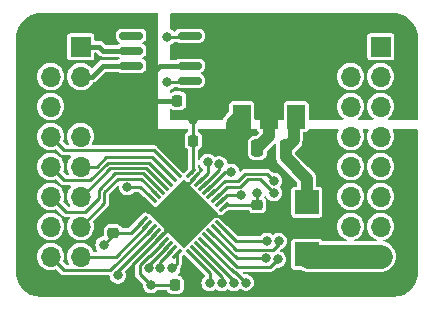
<source format=gbr>
%TF.GenerationSoftware,KiCad,Pcbnew,7.0.7-2.fc38*%
%TF.CreationDate,2023-11-16T23:20:57-08:00*%
%TF.ProjectId,TinySparrow,54696e79-5370-4617-9272-6f772e6b6963,rev?*%
%TF.SameCoordinates,Original*%
%TF.FileFunction,Copper,L1,Top*%
%TF.FilePolarity,Positive*%
%FSLAX46Y46*%
G04 Gerber Fmt 4.6, Leading zero omitted, Abs format (unit mm)*
G04 Created by KiCad (PCBNEW 7.0.7-2.fc38) date 2023-11-16 23:20:57*
%MOMM*%
%LPD*%
G01*
G04 APERTURE LIST*
G04 Aperture macros list*
%AMRoundRect*
0 Rectangle with rounded corners*
0 $1 Rounding radius*
0 $2 $3 $4 $5 $6 $7 $8 $9 X,Y pos of 4 corners*
0 Add a 4 corners polygon primitive as box body*
4,1,4,$2,$3,$4,$5,$6,$7,$8,$9,$2,$3,0*
0 Add four circle primitives for the rounded corners*
1,1,$1+$1,$2,$3*
1,1,$1+$1,$4,$5*
1,1,$1+$1,$6,$7*
1,1,$1+$1,$8,$9*
0 Add four rect primitives between the rounded corners*
20,1,$1+$1,$2,$3,$4,$5,0*
20,1,$1+$1,$4,$5,$6,$7,0*
20,1,$1+$1,$6,$7,$8,$9,0*
20,1,$1+$1,$8,$9,$2,$3,0*%
%AMRotRect*
0 Rectangle, with rotation*
0 The origin of the aperture is its center*
0 $1 length*
0 $2 width*
0 $3 Rotation angle, in degrees counterclockwise*
0 Add horizontal line*
21,1,$1,$2,0,0,$3*%
G04 Aperture macros list end*
%TA.AperFunction,SMDPad,CuDef*%
%ADD10RoundRect,0.250000X0.250000X0.475000X-0.250000X0.475000X-0.250000X-0.475000X0.250000X-0.475000X0*%
%TD*%
%TA.AperFunction,SMDPad,CuDef*%
%ADD11RoundRect,0.062500X-0.291682X-0.380070X0.380070X0.291682X0.291682X0.380070X-0.380070X-0.291682X0*%
%TD*%
%TA.AperFunction,SMDPad,CuDef*%
%ADD12RoundRect,0.062500X0.291682X-0.380070X0.380070X-0.291682X-0.291682X0.380070X-0.380070X0.291682X0*%
%TD*%
%TA.AperFunction,SMDPad,CuDef*%
%ADD13RotRect,4.100000X4.100000X45.000000*%
%TD*%
%TA.AperFunction,SMDPad,CuDef*%
%ADD14R,2.000000X2.000000*%
%TD*%
%TA.AperFunction,SMDPad,CuDef*%
%ADD15RoundRect,0.225000X0.225000X0.250000X-0.225000X0.250000X-0.225000X-0.250000X0.225000X-0.250000X0*%
%TD*%
%TA.AperFunction,SMDPad,CuDef*%
%ADD16RoundRect,0.225000X-0.250000X0.225000X-0.250000X-0.225000X0.250000X-0.225000X0.250000X0.225000X0*%
%TD*%
%TA.AperFunction,SMDPad,CuDef*%
%ADD17RoundRect,0.225000X0.250000X-0.225000X0.250000X0.225000X-0.250000X0.225000X-0.250000X-0.225000X0*%
%TD*%
%TA.AperFunction,SMDPad,CuDef*%
%ADD18RoundRect,0.225000X-0.225000X-0.250000X0.225000X-0.250000X0.225000X0.250000X-0.225000X0.250000X0*%
%TD*%
%TA.AperFunction,SMDPad,CuDef*%
%ADD19R,1.500000X2.000000*%
%TD*%
%TA.AperFunction,SMDPad,CuDef*%
%ADD20R,3.800000X2.000000*%
%TD*%
%TA.AperFunction,ComponentPad*%
%ADD21R,1.700000X1.700000*%
%TD*%
%TA.AperFunction,ComponentPad*%
%ADD22O,1.700000X1.700000*%
%TD*%
%TA.AperFunction,SMDPad,CuDef*%
%ADD23RoundRect,0.150000X0.825000X0.150000X-0.825000X0.150000X-0.825000X-0.150000X0.825000X-0.150000X0*%
%TD*%
%TA.AperFunction,ViaPad*%
%ADD24C,0.800000*%
%TD*%
%TA.AperFunction,Conductor*%
%ADD25C,0.250000*%
%TD*%
%TA.AperFunction,Conductor*%
%ADD26C,1.500000*%
%TD*%
%TA.AperFunction,Conductor*%
%ADD27C,0.400000*%
%TD*%
%TA.AperFunction,Conductor*%
%ADD28C,1.000000*%
%TD*%
%TA.AperFunction,Conductor*%
%ADD29C,2.000000*%
%TD*%
G04 APERTURE END LIST*
D10*
%TO.P,C6,1*%
%TO.N,+3V3*%
X187400000Y-93200000D03*
%TO.P,C6,2*%
%TO.N,GND*%
X185500000Y-93200000D03*
%TD*%
D11*
%TO.P,U1,1,VDD*%
%TO.N,+3V3*%
X177748107Y-99360938D03*
%TO.P,U1,2,PD0*%
%TO.N,/PD0*%
X178101660Y-99714491D03*
%TO.P,U1,3,PD1*%
%TO.N,/PD1*%
X178455214Y-100068045D03*
%TO.P,U1,4,NRST*%
%TO.N,/~{RESET}*%
X178808767Y-100421598D03*
%TO.P,U1,5,VSSA*%
%TO.N,GND*%
X179162321Y-100775151D03*
%TO.P,U1,6,VDDA*%
%TO.N,+3V3*%
X179515874Y-101128705D03*
%TO.P,U1,7,PA0*%
%TO.N,/PA0*%
X179869427Y-101482258D03*
%TO.P,U1,8,PA1*%
%TO.N,/PA1*%
X180222981Y-101835812D03*
%TO.P,U1,9,PA2*%
%TO.N,/PA2*%
X180576534Y-102189365D03*
D12*
%TO.P,U1,10,PA3*%
%TO.N,/PA3*%
X181760938Y-102189365D03*
%TO.P,U1,11,PA4*%
%TO.N,/PA4*%
X182114491Y-101835812D03*
%TO.P,U1,12,PA5*%
%TO.N,/PA5*%
X182468045Y-101482258D03*
%TO.P,U1,13,PA6*%
%TO.N,/PA6*%
X182821598Y-101128705D03*
%TO.P,U1,14,PA7*%
%TO.N,/PA7*%
X183175151Y-100775151D03*
%TO.P,U1,15,PB0*%
%TO.N,/PB0*%
X183528705Y-100421598D03*
%TO.P,U1,16,PB1*%
%TO.N,/PB1*%
X183882258Y-100068045D03*
%TO.P,U1,17,PB2*%
%TO.N,/PB2*%
X184235812Y-99714491D03*
%TO.P,U1,18,VSS*%
%TO.N,GND*%
X184589365Y-99360938D03*
D11*
%TO.P,U1,19,VDD*%
%TO.N,+3V3*%
X184589365Y-98176534D03*
%TO.P,U1,20,PA8*%
%TO.N,/PA8*%
X184235812Y-97822981D03*
%TO.P,U1,21,PA9*%
%TO.N,/PA9*%
X183882258Y-97469427D03*
%TO.P,U1,22,PA10*%
%TO.N,/PA10*%
X183528705Y-97115874D03*
%TO.P,U1,23,PA11*%
%TO.N,/CANRX*%
X183175151Y-96762321D03*
%TO.P,U1,24,PA12*%
%TO.N,/CANTX*%
X182821598Y-96408767D03*
%TO.P,U1,25,PA13*%
%TO.N,/SWDIO*%
X182468045Y-96055214D03*
%TO.P,U1,26,VSS*%
%TO.N,GND*%
X182114491Y-95701660D03*
%TO.P,U1,27,VDD*%
%TO.N,+3V3*%
X181760938Y-95348107D03*
D12*
%TO.P,U1,28,PA14*%
%TO.N,/SWCLK*%
X180576534Y-95348107D03*
%TO.P,U1,29,PA15*%
%TO.N,/PA15*%
X180222981Y-95701660D03*
%TO.P,U1,30,PB3*%
%TO.N,/PB3*%
X179869427Y-96055214D03*
%TO.P,U1,31,PB4*%
%TO.N,/PB4*%
X179515874Y-96408767D03*
%TO.P,U1,32,PB5*%
%TO.N,/PB5*%
X179162321Y-96762321D03*
%TO.P,U1,33,PB6*%
%TO.N,/PB6*%
X178808767Y-97115874D03*
%TO.P,U1,34,PB7*%
%TO.N,/PB7*%
X178455214Y-97469427D03*
%TO.P,U1,35,BOOT0*%
%TO.N,GND*%
X178101660Y-97822981D03*
%TO.P,U1,36,VSS*%
X177748107Y-98176534D03*
D13*
%TO.P,U1,37,VSS*%
X181168736Y-98768736D03*
%TD*%
D14*
%TO.P,D1,1,K*%
%TO.N,/VDC_AFD*%
X191600000Y-97800102D03*
%TO.P,D1,2,A*%
%TO.N,VDC*%
X191600000Y-102199898D03*
%TD*%
D15*
%TO.P,C5,1*%
%TO.N,+3V3*%
X182200000Y-89200000D03*
%TO.P,C5,2*%
%TO.N,GND*%
X180650000Y-89200000D03*
%TD*%
%TO.P,C2,1*%
%TO.N,GND*%
X182000000Y-104800000D03*
%TO.P,C2,2*%
%TO.N,+3V3*%
X180450000Y-104800000D03*
%TD*%
D16*
%TO.P,C4,1*%
%TO.N,GND*%
X175200000Y-98825000D03*
%TO.P,C4,2*%
%TO.N,+3V3*%
X175200000Y-100375000D03*
%TD*%
D17*
%TO.P,C3,1*%
%TO.N,GND*%
X187400000Y-99550000D03*
%TO.P,C3,2*%
%TO.N,+3V3*%
X187400000Y-98000000D03*
%TD*%
D10*
%TO.P,C7,1*%
%TO.N,GND*%
X191700000Y-93200000D03*
%TO.P,C7,2*%
%TO.N,/VDC_AFD*%
X189800000Y-93200000D03*
%TD*%
D18*
%TO.P,C1,1*%
%TO.N,GND*%
X180450000Y-92600000D03*
%TO.P,C1,2*%
%TO.N,+3V3*%
X182000000Y-92600000D03*
%TD*%
D19*
%TO.P,U2,1,GND*%
%TO.N,GND*%
X186100000Y-90550000D03*
%TO.P,U2,2,VO*%
%TO.N,+3V3*%
X188400000Y-90550000D03*
D20*
X188400000Y-84250000D03*
D19*
%TO.P,U2,3,VI*%
%TO.N,/VDC_AFD*%
X190700000Y-90550000D03*
%TD*%
D21*
%TO.P,J1,1,Pin_1*%
%TO.N,/CANL*%
X172450000Y-84620000D03*
D22*
%TO.P,J1,2,Pin_2*%
%TO.N,GND*%
X169910000Y-84620000D03*
%TO.P,J1,3,Pin_3*%
%TO.N,/CANH*%
X172450000Y-87160000D03*
%TO.P,J1,4,Pin_4*%
%TO.N,/PA0*%
X169910000Y-87160000D03*
%TO.P,J1,5,Pin_5*%
%TO.N,GND*%
X172450000Y-89700000D03*
%TO.P,J1,6,Pin_6*%
%TO.N,/~{RESET}*%
X169910000Y-89700000D03*
%TO.P,J1,7,Pin_7*%
%TO.N,/SWDIO*%
X172450000Y-92240000D03*
%TO.P,J1,8,Pin_8*%
%TO.N,/SWCLK*%
X169910000Y-92240000D03*
%TO.P,J1,9,Pin_9*%
%TO.N,/PA15*%
X172450000Y-94780000D03*
%TO.P,J1,10,Pin_10*%
%TO.N,/PB3*%
X169910000Y-94780000D03*
%TO.P,J1,11,Pin_11*%
%TO.N,/PB4*%
X172450000Y-97320000D03*
%TO.P,J1,12,Pin_12*%
%TO.N,/PB5*%
X169910000Y-97320000D03*
%TO.P,J1,13,Pin_13*%
%TO.N,/PB6*%
X172450000Y-99860000D03*
%TO.P,J1,14,Pin_14*%
%TO.N,/PB7*%
X169910000Y-99860000D03*
%TO.P,J1,15,Pin_15*%
%TO.N,/PD0*%
X172450000Y-102400000D03*
%TO.P,J1,16,Pin_16*%
%TO.N,/PD1*%
X169910000Y-102400000D03*
%TD*%
D23*
%TO.P,U3,1,D*%
%TO.N,/CANTX*%
X181675000Y-87505000D03*
%TO.P,U3,2,GND*%
%TO.N,GND*%
X181675000Y-86235000D03*
%TO.P,U3,3,VCC*%
%TO.N,+3V3*%
X181675000Y-84965000D03*
%TO.P,U3,4,R*%
%TO.N,/CANRX*%
X181675000Y-83695000D03*
%TO.P,U3,5,Vref*%
%TO.N,unconnected-(U3-Vref-Pad5)*%
X176725000Y-83695000D03*
%TO.P,U3,6,CANL*%
%TO.N,/CANL*%
X176725000Y-84965000D03*
%TO.P,U3,7,CANH*%
%TO.N,/CANH*%
X176725000Y-86235000D03*
%TO.P,U3,8,Rs*%
%TO.N,GND*%
X176725000Y-87505000D03*
%TD*%
D21*
%TO.P,J2,1,Pin_1*%
%TO.N,/PA8*%
X197850000Y-84620000D03*
D22*
%TO.P,J2,2,Pin_2*%
%TO.N,+3V3*%
X195310000Y-84620000D03*
%TO.P,J2,3,Pin_3*%
%TO.N,/PA9*%
X197850000Y-87160000D03*
%TO.P,J2,4,Pin_4*%
%TO.N,/PA10*%
X195310000Y-87160000D03*
%TO.P,J2,5,Pin_5*%
%TO.N,/PB1*%
X197850000Y-89700000D03*
%TO.P,J2,6,Pin_6*%
%TO.N,/PB2*%
X195310000Y-89700000D03*
%TO.P,J2,7,Pin_7*%
%TO.N,/PA7*%
X197850000Y-92240000D03*
%TO.P,J2,8,Pin_8*%
%TO.N,/PB0*%
X195310000Y-92240000D03*
%TO.P,J2,9,Pin_9*%
%TO.N,/PA2*%
X197850000Y-94780000D03*
%TO.P,J2,10,Pin_10*%
%TO.N,/PA1*%
X195310000Y-94780000D03*
%TO.P,J2,11,Pin_11*%
%TO.N,/PA4*%
X197850000Y-97320000D03*
%TO.P,J2,12,Pin_12*%
%TO.N,/PA3*%
X195310000Y-97320000D03*
%TO.P,J2,13,Pin_13*%
%TO.N,/PA6*%
X197850000Y-99860000D03*
%TO.P,J2,14,Pin_14*%
%TO.N,/PA5*%
X195310000Y-99860000D03*
%TO.P,J2,15,Pin_15*%
%TO.N,VDC*%
X197850000Y-102400000D03*
%TO.P,J2,16,Pin_16*%
X195310000Y-102400000D03*
%TD*%
D24*
%TO.N,GND*%
X175000000Y-91200000D03*
X183800000Y-92600000D03*
X200400000Y-96200000D03*
X172200000Y-105200000D03*
X169200000Y-105200000D03*
X171200000Y-105200000D03*
X200400000Y-97200000D03*
X177000000Y-91200000D03*
X181200000Y-97800000D03*
X181200000Y-98800000D03*
X177000000Y-90200000D03*
X176600000Y-98800000D03*
X200400000Y-95200000D03*
X181200000Y-99800000D03*
X175000000Y-89200000D03*
X182200000Y-98800000D03*
X175000000Y-90200000D03*
X170200000Y-105200000D03*
X176000000Y-90200000D03*
X200400000Y-98200000D03*
X200400000Y-100200000D03*
X180200000Y-98800000D03*
X177000000Y-89200000D03*
X176000000Y-91200000D03*
X200400000Y-102200000D03*
X176000000Y-89200000D03*
X200400000Y-99200000D03*
X200400000Y-101200000D03*
%TO.N,+3V3*%
X190000000Y-88200000D03*
X184200000Y-85000000D03*
X178400000Y-104800000D03*
X187400000Y-97000000D03*
X174400000Y-101400000D03*
X187000000Y-88200000D03*
X188000000Y-87200000D03*
X188000000Y-88200000D03*
X189000000Y-87200000D03*
X184200000Y-84000000D03*
X190000000Y-87200000D03*
X187000000Y-87200000D03*
X189000000Y-88200000D03*
X182000000Y-90800000D03*
%TO.N,/~{RESET}*%
X175600000Y-104000000D03*
%TO.N,/PA0*%
X178200497Y-103400000D03*
%TO.N,/PA1*%
X179200000Y-103400000D03*
%TO.N,/PA2*%
X180200000Y-103400000D03*
%TO.N,/PA3*%
X183388000Y-104648000D03*
%TO.N,/PA4*%
X184387503Y-104648000D03*
%TO.N,/PA5*%
X185420000Y-104648000D03*
%TO.N,/PA6*%
X186418306Y-104599103D03*
%TO.N,/PA7*%
X189152966Y-102632142D03*
%TO.N,/PB0*%
X188157582Y-102541500D03*
%TO.N,/PB1*%
X189213503Y-101092000D03*
%TO.N,/PB2*%
X188214000Y-101092000D03*
%TO.N,/PA8*%
X186000000Y-97200000D03*
%TO.N,/PA9*%
X188800000Y-97000000D03*
%TO.N,/PA10*%
X188812299Y-95987701D03*
%TO.N,/CANRX*%
X179800000Y-83800000D03*
X185200000Y-95263201D03*
%TO.N,/CANTX*%
X179800000Y-87600000D03*
X184200000Y-94600000D03*
%TO.N,/SWDIO*%
X183200000Y-94400000D03*
%TO.N,/PB7*%
X176400000Y-96524500D03*
%TD*%
D25*
%TO.N,GND*%
X181344104Y-98944104D02*
X182055896Y-98944104D01*
X181200000Y-98800000D02*
X181344104Y-98944104D01*
X181168736Y-97831264D02*
X181168736Y-98768736D01*
X176800000Y-104600000D02*
X176200000Y-105200000D01*
X179162321Y-100775151D02*
X181168736Y-98768736D01*
X175200000Y-98825000D02*
X176575000Y-98825000D01*
X181168736Y-96647415D02*
X181168736Y-97768736D01*
X181168736Y-98768736D02*
X181200000Y-98800000D01*
X176800000Y-103137472D02*
X176800000Y-104600000D01*
X181168736Y-98768736D02*
X180231264Y-98768736D01*
D26*
X186100000Y-90550000D02*
X185500000Y-91150000D01*
D25*
X182055896Y-98944104D02*
X182200000Y-98800000D01*
X182200000Y-98800000D02*
X182344104Y-98944104D01*
X176200000Y-105200000D02*
X172200000Y-105200000D01*
D27*
X178000000Y-89200000D02*
X177000000Y-90200000D01*
D25*
X182344104Y-98944104D02*
X184172531Y-98944104D01*
D27*
X179165000Y-86235000D02*
X181675000Y-86235000D01*
X180650000Y-89200000D02*
X178000000Y-89200000D01*
D25*
X179047415Y-98768736D02*
X178101660Y-97822981D01*
X181168736Y-98768736D02*
X180993368Y-98593368D01*
X181200000Y-97800000D02*
X181168736Y-97831264D01*
X181168736Y-97768736D02*
X181200000Y-97800000D01*
X182114491Y-95701660D02*
X181168736Y-96647415D01*
X180168736Y-98768736D02*
X179047415Y-98768736D01*
X180231264Y-98768736D02*
X180200000Y-98800000D01*
D27*
X176725000Y-87505000D02*
X177895000Y-87505000D01*
D25*
X180993368Y-98593368D02*
X178164941Y-98593368D01*
X180200000Y-98800000D02*
X180168736Y-98768736D01*
X184172531Y-98944104D02*
X184589365Y-99360938D01*
X176575000Y-98825000D02*
X176600000Y-98800000D01*
D26*
X185500000Y-91150000D02*
X185500000Y-93200000D01*
D25*
X179162321Y-100775151D02*
X176800000Y-103137472D01*
D27*
X177895000Y-87505000D02*
X179165000Y-86235000D01*
D25*
X178164941Y-98593368D02*
X177748107Y-98176534D01*
%TO.N,+3V3*%
X181975000Y-92400000D02*
X181975000Y-95134045D01*
D28*
X188400000Y-92200000D02*
X188400000Y-90550000D01*
D25*
X181975000Y-92400000D02*
X181975000Y-90825000D01*
X184765899Y-98000000D02*
X184589365Y-98176534D01*
X178217547Y-102357645D02*
X177475497Y-103099695D01*
X179515874Y-101128705D02*
X179515874Y-101199415D01*
X178400000Y-104800000D02*
X180450000Y-104800000D01*
X177475497Y-103875497D02*
X178400000Y-104800000D01*
X181975000Y-95134045D02*
X181760938Y-95348107D01*
X181975000Y-90825000D02*
X182000000Y-90800000D01*
X182000000Y-89400000D02*
X182200000Y-89200000D01*
X175200000Y-100375000D02*
X176734045Y-100375000D01*
X176734045Y-100375000D02*
X177748107Y-99360938D01*
X187400000Y-98000000D02*
X187400000Y-97000000D01*
X175200000Y-100375000D02*
X175200000Y-100600000D01*
X177475497Y-103099695D02*
X177475497Y-103875497D01*
X179515874Y-101199415D02*
X178357644Y-102357645D01*
X175200000Y-100600000D02*
X174400000Y-101400000D01*
X187400000Y-98000000D02*
X184765899Y-98000000D01*
D28*
X187400000Y-93200000D02*
X188400000Y-92200000D01*
D25*
X178357644Y-102357645D02*
X178217547Y-102357645D01*
X182000000Y-90800000D02*
X182000000Y-89400000D01*
%TO.N,/PD0*%
X178101660Y-99714491D02*
X175416151Y-102400000D01*
X175416151Y-102400000D02*
X172450000Y-102400000D01*
%TO.N,/PD1*%
X178455214Y-100068045D02*
X174948259Y-103575000D01*
X171085000Y-103575000D02*
X169910000Y-102400000D01*
X174948259Y-103575000D02*
X171085000Y-103575000D01*
%TO.N,/~{RESET}*%
X175600000Y-103630365D02*
X175600000Y-104000000D01*
X178808767Y-100421598D02*
X175600000Y-103630365D01*
%TO.N,/PA0*%
X179869427Y-101482258D02*
X178200497Y-103151188D01*
X178200497Y-103151188D02*
X178200497Y-103400000D01*
%TO.N,/PA1*%
X180222981Y-101835812D02*
X179200000Y-102858793D01*
X179200000Y-102858793D02*
X179200000Y-103400000D01*
%TO.N,/PA2*%
X180576534Y-103023466D02*
X180200000Y-103400000D01*
X180576534Y-102189365D02*
X180576534Y-103023466D01*
%TO.N,/PA3*%
X183388000Y-103816427D02*
X183388000Y-104648000D01*
X181760938Y-102189365D02*
X183388000Y-103816427D01*
%TO.N,/PA4*%
X184387503Y-104108824D02*
X184387503Y-104648000D01*
X182114491Y-101835812D02*
X184387503Y-104108824D01*
%TO.N,/PA5*%
X185420000Y-104434213D02*
X185420000Y-104648000D01*
X182468045Y-101482258D02*
X185420000Y-104434213D01*
%TO.N,/PA6*%
X185409393Y-103716500D02*
X185535703Y-103716500D01*
X185535703Y-103716500D02*
X186418306Y-104599103D01*
X182821598Y-101128705D02*
X185409393Y-103716500D01*
%TO.N,/PA7*%
X185666500Y-103266500D02*
X188518608Y-103266500D01*
X183175151Y-100775151D02*
X185666500Y-103266500D01*
X188518608Y-103266500D02*
X189152966Y-102632142D01*
%TO.N,/PB0*%
X185648607Y-102541500D02*
X188157582Y-102541500D01*
X183528705Y-100421598D02*
X185648607Y-102541500D01*
%TO.N,/PB1*%
X189213503Y-101356779D02*
X189213503Y-101092000D01*
X185631213Y-101817000D02*
X188753282Y-101817000D01*
X183882258Y-100068045D02*
X185631213Y-101817000D01*
X188753282Y-101817000D02*
X189213503Y-101356779D01*
%TO.N,/PB2*%
X185613321Y-101092000D02*
X188214000Y-101092000D01*
X184235812Y-99714491D02*
X185613321Y-101092000D01*
%TO.N,/PA8*%
X184858793Y-97200000D02*
X186000000Y-97200000D01*
X184235812Y-97822981D02*
X184858793Y-97200000D01*
%TO.N,/PA9*%
X185961396Y-96475000D02*
X186586396Y-95850000D01*
X184876685Y-96475000D02*
X185961396Y-96475000D01*
X183882258Y-97469427D02*
X184876685Y-96475000D01*
X186586396Y-95850000D02*
X187650000Y-95850000D01*
X187650000Y-95850000D02*
X188800000Y-97000000D01*
%TO.N,/PA10*%
X188224598Y-95400000D02*
X188812299Y-95987701D01*
X184656878Y-95987701D02*
X185812299Y-95987701D01*
X183528705Y-97115874D02*
X184656878Y-95987701D01*
X186400000Y-95400000D02*
X188224598Y-95400000D01*
X185812299Y-95987701D02*
X186400000Y-95400000D01*
%TO.N,/CANRX*%
X179800000Y-83800000D02*
X181570000Y-83800000D01*
X184674271Y-95263201D02*
X185200000Y-95263201D01*
X183175151Y-96762321D02*
X184674271Y-95263201D01*
X181570000Y-83800000D02*
X181675000Y-83695000D01*
%TO.N,/CANTX*%
X179800000Y-87600000D02*
X181580000Y-87600000D01*
X181580000Y-87600000D02*
X181675000Y-87505000D01*
X182821598Y-96408767D02*
X184200000Y-95030365D01*
X184200000Y-95030365D02*
X184200000Y-94600000D01*
%TO.N,/SWDIO*%
X183200000Y-95323259D02*
X183200000Y-94400000D01*
X182468045Y-96055214D02*
X183200000Y-95323259D01*
%TO.N,/SWCLK*%
X178643427Y-93415000D02*
X171085000Y-93415000D01*
X171085000Y-93415000D02*
X169910000Y-92240000D01*
X180576534Y-95348107D02*
X178643427Y-93415000D01*
%TO.N,/PA15*%
X174600000Y-94000000D02*
X173820000Y-94780000D01*
X180222981Y-95701660D02*
X178521321Y-94000000D01*
X173820000Y-94780000D02*
X172450000Y-94780000D01*
X178521321Y-94000000D02*
X174600000Y-94000000D01*
%TO.N,/PB3*%
X171085000Y-95955000D02*
X169910000Y-94780000D01*
X173281396Y-95955000D02*
X171085000Y-95955000D01*
X179869427Y-96055214D02*
X178264213Y-94450000D01*
X178264213Y-94450000D02*
X174786396Y-94450000D01*
X174786396Y-94450000D02*
X173281396Y-95955000D01*
%TO.N,/PB4*%
X179515874Y-96408767D02*
X178007107Y-94900000D01*
X172552792Y-97320000D02*
X172450000Y-97320000D01*
X174972792Y-94900000D02*
X172552792Y-97320000D01*
X178007107Y-94900000D02*
X174972792Y-94900000D01*
%TO.N,/PB5*%
X179162321Y-96762321D02*
X177750000Y-95350000D01*
X171190000Y-98600000D02*
X169910000Y-97320000D01*
X175400000Y-95350000D02*
X174000000Y-96750000D01*
X174000000Y-96750000D02*
X174000000Y-97431701D01*
X172831701Y-98600000D02*
X171190000Y-98600000D01*
X177750000Y-95350000D02*
X175400000Y-95350000D01*
X174000000Y-97431701D02*
X172831701Y-98600000D01*
%TO.N,/PB6*%
X175600000Y-95800000D02*
X174450000Y-96950000D01*
X178808767Y-97045163D02*
X177563604Y-95800000D01*
X174450000Y-97860000D02*
X172450000Y-99860000D01*
X177563604Y-95800000D02*
X175600000Y-95800000D01*
X178808767Y-97115874D02*
X178808767Y-97045163D01*
X174450000Y-96950000D02*
X174450000Y-97860000D01*
%TO.N,/PB7*%
X178455214Y-97469427D02*
X177510287Y-96524500D01*
X177510287Y-96524500D02*
X176400000Y-96524500D01*
D27*
%TO.N,/CANL*%
X174000000Y-84620000D02*
X172450000Y-84620000D01*
X174345000Y-84965000D02*
X174000000Y-84620000D01*
X176725000Y-84965000D02*
X174345000Y-84965000D01*
%TO.N,/CANH*%
X176725000Y-86235000D02*
X174365000Y-86235000D01*
X174365000Y-86235000D02*
X173440000Y-87160000D01*
X173440000Y-87160000D02*
X172450000Y-87160000D01*
D29*
%TO.N,VDC*%
X197850000Y-102400000D02*
X195310000Y-102400000D01*
X191800102Y-102400000D02*
X191600000Y-102199898D01*
X195310000Y-102400000D02*
X191800102Y-102400000D01*
D28*
%TO.N,/VDC_AFD*%
X190500000Y-90750000D02*
X190500000Y-92500000D01*
X190700000Y-90550000D02*
X190500000Y-90750000D01*
X190500000Y-92500000D02*
X189800000Y-93200000D01*
X189800000Y-94000102D02*
X189800000Y-93200000D01*
X191600000Y-97800102D02*
X191600000Y-95800102D01*
X191600000Y-95800102D02*
X189800000Y-94000102D01*
%TD*%
%TA.AperFunction,Conductor*%
%TO.N,GND*%
G36*
X178973566Y-81817813D02*
G01*
X178998876Y-81861650D01*
X179000000Y-81874499D01*
X179000000Y-91600000D01*
X181475500Y-91600000D01*
X181523066Y-91617313D01*
X181548376Y-91661150D01*
X181549500Y-91674000D01*
X181549500Y-91824964D01*
X181532187Y-91872530D01*
X181518519Y-91883867D01*
X181519058Y-91884577D01*
X181399924Y-91974919D01*
X181312634Y-92090027D01*
X181259641Y-92224409D01*
X181249500Y-92308854D01*
X181249500Y-92891145D01*
X181259641Y-92975590D01*
X181312634Y-93109972D01*
X181312635Y-93109974D01*
X181312636Y-93109975D01*
X181399922Y-93225078D01*
X181515025Y-93312364D01*
X181515028Y-93312365D01*
X181519059Y-93315422D01*
X181517606Y-93317337D01*
X181544737Y-93348916D01*
X181549500Y-93375035D01*
X181549500Y-94927144D01*
X181532187Y-94974710D01*
X181527826Y-94979470D01*
X181436384Y-95070913D01*
X181436381Y-95070916D01*
X181221061Y-95286235D01*
X181175184Y-95307627D01*
X181126290Y-95294526D01*
X181116409Y-95286235D01*
X180698103Y-94867929D01*
X178931030Y-93100855D01*
X178931026Y-93100849D01*
X178896647Y-93066472D01*
X178871625Y-93053723D01*
X178861724Y-93047655D01*
X178839009Y-93031151D01*
X178824566Y-93026458D01*
X178812298Y-93022472D01*
X178801578Y-93018032D01*
X178776553Y-93005281D01*
X178776552Y-93005280D01*
X178776551Y-93005280D01*
X178748816Y-93000888D01*
X178737524Y-92998177D01*
X178710821Y-92989500D01*
X178710820Y-92989500D01*
X178676915Y-92989500D01*
X173474315Y-92989500D01*
X173426749Y-92972187D01*
X173401439Y-92928350D01*
X173410229Y-92878500D01*
X173415262Y-92870905D01*
X173432363Y-92848259D01*
X173432363Y-92848258D01*
X173432366Y-92848255D01*
X173527405Y-92657389D01*
X173585756Y-92452310D01*
X173589695Y-92409806D01*
X173605429Y-92240003D01*
X173605429Y-92239996D01*
X173585757Y-92027696D01*
X173585756Y-92027690D01*
X173549901Y-91901676D01*
X173527405Y-91822611D01*
X173517244Y-91802205D01*
X173432367Y-91631747D01*
X173432363Y-91631741D01*
X173404515Y-91594865D01*
X173303872Y-91461593D01*
X173146302Y-91317948D01*
X172965019Y-91205702D01*
X172766198Y-91128679D01*
X172674150Y-91111472D01*
X172556613Y-91089500D01*
X172556610Y-91089500D01*
X172343390Y-91089500D01*
X172343386Y-91089500D01*
X172186669Y-91118796D01*
X172133802Y-91128679D01*
X172133800Y-91128679D01*
X172133798Y-91128680D01*
X171934986Y-91205700D01*
X171934981Y-91205702D01*
X171934976Y-91205704D01*
X171934976Y-91205705D01*
X171753700Y-91317946D01*
X171596130Y-91461590D01*
X171467636Y-91631741D01*
X171467632Y-91631747D01*
X171372596Y-91822606D01*
X171372593Y-91822616D01*
X171314243Y-92027690D01*
X171314242Y-92027696D01*
X171294571Y-92239996D01*
X171294571Y-92240003D01*
X171314242Y-92452303D01*
X171314243Y-92452309D01*
X171372593Y-92657383D01*
X171372596Y-92657393D01*
X171467632Y-92848252D01*
X171467636Y-92848259D01*
X171484738Y-92870905D01*
X171499588Y-92919297D01*
X171479857Y-92965912D01*
X171434779Y-92988939D01*
X171425685Y-92989500D01*
X171291900Y-92989500D01*
X171244334Y-92972187D01*
X171239574Y-92967826D01*
X171005230Y-92733482D01*
X170983838Y-92687606D01*
X170987660Y-92661018D01*
X170986469Y-92660680D01*
X171045756Y-92452309D01*
X171045757Y-92452303D01*
X171065429Y-92240003D01*
X171065429Y-92239996D01*
X171045757Y-92027696D01*
X171045756Y-92027690D01*
X171009901Y-91901676D01*
X170987405Y-91822611D01*
X170977244Y-91802205D01*
X170892367Y-91631747D01*
X170892363Y-91631741D01*
X170864515Y-91594865D01*
X170763872Y-91461593D01*
X170606302Y-91317948D01*
X170425019Y-91205702D01*
X170226198Y-91128679D01*
X170134149Y-91111472D01*
X170016613Y-91089500D01*
X170016610Y-91089500D01*
X169803390Y-91089500D01*
X169803386Y-91089500D01*
X169646669Y-91118796D01*
X169593802Y-91128679D01*
X169593800Y-91128679D01*
X169593798Y-91128680D01*
X169394986Y-91205700D01*
X169394981Y-91205702D01*
X169394976Y-91205704D01*
X169394976Y-91205705D01*
X169213700Y-91317946D01*
X169056130Y-91461590D01*
X168927636Y-91631741D01*
X168927632Y-91631747D01*
X168832596Y-91822606D01*
X168832593Y-91822616D01*
X168774243Y-92027690D01*
X168774242Y-92027696D01*
X168754571Y-92239996D01*
X168754571Y-92240003D01*
X168774242Y-92452303D01*
X168774243Y-92452309D01*
X168832593Y-92657383D01*
X168832596Y-92657393D01*
X168927632Y-92848252D01*
X168927636Y-92848258D01*
X168960023Y-92891145D01*
X169056128Y-93018407D01*
X169213698Y-93162052D01*
X169394981Y-93274298D01*
X169593802Y-93351321D01*
X169803390Y-93390500D01*
X170016610Y-93390500D01*
X170226198Y-93351321D01*
X170320616Y-93314742D01*
X170371222Y-93313703D01*
X170399672Y-93331420D01*
X170736472Y-93668220D01*
X170831780Y-93763528D01*
X170856802Y-93776276D01*
X170866699Y-93782342D01*
X170889417Y-93798848D01*
X170889418Y-93798848D01*
X170889419Y-93798849D01*
X170889421Y-93798849D01*
X170889422Y-93798850D01*
X170916123Y-93807526D01*
X170926853Y-93811970D01*
X170938657Y-93817984D01*
X170951874Y-93824719D01*
X170979603Y-93829110D01*
X170990898Y-93831821D01*
X171017607Y-93840500D01*
X171051512Y-93840500D01*
X171581822Y-93840500D01*
X171629388Y-93857813D01*
X171654698Y-93901650D01*
X171645908Y-93951500D01*
X171631677Y-93969185D01*
X171631371Y-93969465D01*
X171596128Y-94001593D01*
X171467636Y-94171741D01*
X171467632Y-94171747D01*
X171372596Y-94362606D01*
X171372593Y-94362616D01*
X171314243Y-94567690D01*
X171314242Y-94567696D01*
X171294571Y-94779996D01*
X171294571Y-94780003D01*
X171314242Y-94992303D01*
X171314243Y-94992309D01*
X171372593Y-95197383D01*
X171372596Y-95197393D01*
X171467632Y-95388252D01*
X171467636Y-95388259D01*
X171484738Y-95410905D01*
X171499588Y-95459297D01*
X171479857Y-95505912D01*
X171434779Y-95528939D01*
X171425685Y-95529500D01*
X171291900Y-95529500D01*
X171244334Y-95512187D01*
X171239574Y-95507826D01*
X171005230Y-95273482D01*
X170983838Y-95227606D01*
X170987660Y-95201018D01*
X170986469Y-95200680D01*
X171028923Y-95051471D01*
X171045756Y-94992310D01*
X171046436Y-94984977D01*
X171065429Y-94780003D01*
X171065429Y-94779996D01*
X171045757Y-94567696D01*
X171045756Y-94567690D01*
X170998043Y-94400000D01*
X170987405Y-94362611D01*
X170983366Y-94354500D01*
X170892367Y-94171747D01*
X170892363Y-94171741D01*
X170865721Y-94136462D01*
X170763872Y-94001593D01*
X170754393Y-93992952D01*
X170704361Y-93947341D01*
X170606302Y-93857948D01*
X170425019Y-93745702D01*
X170226198Y-93668679D01*
X170134149Y-93651472D01*
X170016613Y-93629500D01*
X170016610Y-93629500D01*
X169803390Y-93629500D01*
X169803386Y-93629500D01*
X169646670Y-93658796D01*
X169593802Y-93668679D01*
X169593800Y-93668679D01*
X169593798Y-93668680D01*
X169394986Y-93745700D01*
X169394981Y-93745702D01*
X169394976Y-93745704D01*
X169394976Y-93745705D01*
X169213700Y-93857946D01*
X169056130Y-94001590D01*
X168927636Y-94171741D01*
X168927632Y-94171747D01*
X168832596Y-94362606D01*
X168832593Y-94362616D01*
X168774243Y-94567690D01*
X168774242Y-94567696D01*
X168754571Y-94779996D01*
X168754571Y-94780003D01*
X168774242Y-94992303D01*
X168774243Y-94992309D01*
X168832593Y-95197383D01*
X168832596Y-95197393D01*
X168927632Y-95388252D01*
X168927636Y-95388258D01*
X168945770Y-95412271D01*
X169056128Y-95558407D01*
X169213698Y-95702052D01*
X169394981Y-95814298D01*
X169593802Y-95891321D01*
X169803390Y-95930500D01*
X170016610Y-95930500D01*
X170226198Y-95891321D01*
X170320616Y-95854742D01*
X170371222Y-95853703D01*
X170399672Y-95871419D01*
X170736472Y-96208220D01*
X170831780Y-96303528D01*
X170856802Y-96316276D01*
X170866699Y-96322342D01*
X170889417Y-96338848D01*
X170889418Y-96338848D01*
X170889419Y-96338849D01*
X170889421Y-96338849D01*
X170889422Y-96338850D01*
X170916123Y-96347526D01*
X170926853Y-96351970D01*
X170938657Y-96357984D01*
X170951874Y-96364719D01*
X170979603Y-96369110D01*
X170990898Y-96371821D01*
X171017607Y-96380500D01*
X171051512Y-96380500D01*
X171581822Y-96380500D01*
X171629388Y-96397813D01*
X171654698Y-96441650D01*
X171645908Y-96491500D01*
X171631677Y-96509185D01*
X171614878Y-96524500D01*
X171596128Y-96541593D01*
X171467636Y-96711741D01*
X171467632Y-96711747D01*
X171372596Y-96902606D01*
X171372593Y-96902616D01*
X171314243Y-97107690D01*
X171314242Y-97107696D01*
X171294571Y-97319996D01*
X171294571Y-97320003D01*
X171314242Y-97532303D01*
X171314243Y-97532309D01*
X171372593Y-97737383D01*
X171372596Y-97737393D01*
X171467632Y-97928252D01*
X171467636Y-97928258D01*
X171511815Y-97986760D01*
X171543619Y-98028875D01*
X171564032Y-98055905D01*
X171578882Y-98104296D01*
X171559151Y-98150912D01*
X171514073Y-98173939D01*
X171504979Y-98174500D01*
X171396900Y-98174500D01*
X171349334Y-98157187D01*
X171344574Y-98152826D01*
X171005230Y-97813482D01*
X170983838Y-97767606D01*
X170987660Y-97741018D01*
X170986469Y-97740680D01*
X171031414Y-97582715D01*
X171045756Y-97532310D01*
X171045963Y-97530084D01*
X171065429Y-97320003D01*
X171065429Y-97319996D01*
X171045757Y-97107696D01*
X171045756Y-97107690D01*
X171044869Y-97104573D01*
X170987405Y-96902611D01*
X170983413Y-96894594D01*
X170892367Y-96711747D01*
X170892363Y-96711741D01*
X170868289Y-96679862D01*
X170763872Y-96541593D01*
X170606302Y-96397948D01*
X170425019Y-96285702D01*
X170226198Y-96208679D01*
X170134149Y-96191472D01*
X170016613Y-96169500D01*
X170016610Y-96169500D01*
X169803390Y-96169500D01*
X169803386Y-96169500D01*
X169646669Y-96198796D01*
X169593802Y-96208679D01*
X169593800Y-96208679D01*
X169593798Y-96208680D01*
X169394986Y-96285700D01*
X169394981Y-96285702D01*
X169394976Y-96285704D01*
X169394976Y-96285705D01*
X169213700Y-96397946D01*
X169056130Y-96541590D01*
X168927636Y-96711741D01*
X168927632Y-96711747D01*
X168832596Y-96902606D01*
X168832593Y-96902616D01*
X168774243Y-97107690D01*
X168774242Y-97107696D01*
X168754571Y-97319996D01*
X168754571Y-97320003D01*
X168774242Y-97532303D01*
X168774243Y-97532309D01*
X168832593Y-97737383D01*
X168832596Y-97737393D01*
X168927632Y-97928252D01*
X168927636Y-97928258D01*
X168972813Y-97988082D01*
X169056128Y-98098407D01*
X169213698Y-98242052D01*
X169394981Y-98354298D01*
X169593802Y-98431321D01*
X169803390Y-98470500D01*
X170016610Y-98470500D01*
X170226198Y-98431321D01*
X170320616Y-98394742D01*
X170371222Y-98393703D01*
X170399672Y-98411420D01*
X170831063Y-98842810D01*
X170831064Y-98842812D01*
X170841472Y-98853220D01*
X170936780Y-98948528D01*
X170961806Y-98961279D01*
X170971693Y-98967338D01*
X170994419Y-98983849D01*
X170994420Y-98983849D01*
X170994421Y-98983850D01*
X171021123Y-98992526D01*
X171031853Y-98996970D01*
X171043657Y-99002984D01*
X171056874Y-99009719D01*
X171084603Y-99014110D01*
X171095898Y-99016821D01*
X171122607Y-99025500D01*
X171156512Y-99025500D01*
X171489875Y-99025500D01*
X171537441Y-99042813D01*
X171562751Y-99086650D01*
X171553961Y-99136500D01*
X171548928Y-99144095D01*
X171467636Y-99251741D01*
X171467632Y-99251747D01*
X171372596Y-99442606D01*
X171372593Y-99442616D01*
X171314243Y-99647690D01*
X171314242Y-99647696D01*
X171294571Y-99859996D01*
X171294571Y-99860003D01*
X171314242Y-100072303D01*
X171314243Y-100072309D01*
X171372593Y-100277383D01*
X171372596Y-100277393D01*
X171467632Y-100468252D01*
X171467634Y-100468255D01*
X171596128Y-100638407D01*
X171753698Y-100782052D01*
X171934981Y-100894298D01*
X172133802Y-100971321D01*
X172343390Y-101010500D01*
X172556610Y-101010500D01*
X172766198Y-100971321D01*
X172965019Y-100894298D01*
X173146302Y-100782052D01*
X173303872Y-100638407D01*
X173432366Y-100468255D01*
X173527405Y-100277389D01*
X173585756Y-100072310D01*
X173588602Y-100041603D01*
X173605429Y-99860003D01*
X173605429Y-99859996D01*
X173585757Y-99647696D01*
X173585756Y-99647690D01*
X173526469Y-99439320D01*
X173528390Y-99438773D01*
X173527544Y-99394877D01*
X173545228Y-99366517D01*
X174703218Y-98208529D01*
X174703220Y-98208528D01*
X174798528Y-98113220D01*
X174811280Y-98088189D01*
X174817339Y-98078303D01*
X174833849Y-98055581D01*
X174842527Y-98028869D01*
X174846964Y-98018156D01*
X174859719Y-97993126D01*
X174864113Y-97965374D01*
X174866818Y-97954108D01*
X174875500Y-97927393D01*
X174875500Y-97792607D01*
X174875500Y-97156899D01*
X174892813Y-97109333D01*
X174897163Y-97104584D01*
X175572725Y-96429021D01*
X175618601Y-96407630D01*
X175667496Y-96420731D01*
X175696530Y-96462195D01*
X175698511Y-96490267D01*
X175694355Y-96524495D01*
X175694355Y-96524503D01*
X175714859Y-96693371D01*
X175775181Y-96852429D01*
X175871816Y-96992428D01*
X175998401Y-97104573D01*
X175999148Y-97105234D01*
X176149775Y-97184290D01*
X176314944Y-97225000D01*
X176314948Y-97225000D01*
X176485052Y-97225000D01*
X176485056Y-97225000D01*
X176650225Y-97184290D01*
X176800852Y-97105234D01*
X176928183Y-96992429D01*
X176935407Y-96981962D01*
X176976676Y-96952652D01*
X176996308Y-96950000D01*
X177303387Y-96950000D01*
X177350953Y-96967313D01*
X177355713Y-96971674D01*
X178179151Y-97795112D01*
X178179161Y-97795121D01*
X178514573Y-98130532D01*
X178514585Y-98130542D01*
X178571735Y-98173159D01*
X178571736Y-98173160D01*
X178686321Y-98212497D01*
X178807469Y-98212497D01*
X178807470Y-98212497D01*
X178922054Y-98173160D01*
X178979216Y-98130536D01*
X179116321Y-97993429D01*
X179158947Y-97936267D01*
X179177015Y-97883635D01*
X179208834Y-97844270D01*
X179222977Y-97837675D01*
X179233885Y-97833929D01*
X179275607Y-97819607D01*
X179332769Y-97776983D01*
X179469874Y-97639876D01*
X179512500Y-97582714D01*
X179530568Y-97530082D01*
X179562387Y-97490717D01*
X179576526Y-97484123D01*
X179629161Y-97466054D01*
X179686323Y-97423430D01*
X179823428Y-97286323D01*
X179866054Y-97229161D01*
X179884121Y-97176529D01*
X179915941Y-97137163D01*
X179930084Y-97130568D01*
X179942667Y-97126248D01*
X179982714Y-97112500D01*
X180039876Y-97069876D01*
X180176981Y-96932769D01*
X180219607Y-96875607D01*
X180237675Y-96822975D01*
X180269494Y-96783610D01*
X180283637Y-96777015D01*
X180294545Y-96773269D01*
X180336267Y-96758947D01*
X180393429Y-96716323D01*
X180530534Y-96579216D01*
X180573160Y-96522054D01*
X180591227Y-96469422D01*
X180623047Y-96430056D01*
X180637186Y-96423462D01*
X180689821Y-96405393D01*
X180746983Y-96362769D01*
X180884088Y-96225662D01*
X180926714Y-96168500D01*
X180944782Y-96115868D01*
X180976601Y-96076503D01*
X180990744Y-96069908D01*
X181001652Y-96066162D01*
X181043374Y-96051840D01*
X181100536Y-96009216D01*
X181116409Y-95993341D01*
X181162282Y-95971948D01*
X181211177Y-95985046D01*
X181221062Y-95993340D01*
X181236934Y-96009212D01*
X181236946Y-96009222D01*
X181294096Y-96051839D01*
X181294097Y-96051840D01*
X181408682Y-96091177D01*
X181529830Y-96091177D01*
X181529831Y-96091177D01*
X181644415Y-96051840D01*
X181701577Y-96009216D01*
X182033913Y-95676877D01*
X182033920Y-95676872D01*
X182038130Y-95672662D01*
X182038132Y-95672661D01*
X182299553Y-95411240D01*
X182299552Y-95411239D01*
X182311540Y-95399252D01*
X182323528Y-95387265D01*
X182323528Y-95387263D01*
X182330636Y-95380156D01*
X182330643Y-95380147D01*
X182373014Y-95337777D01*
X182422045Y-95288746D01*
X182464671Y-95231584D01*
X182504008Y-95117000D01*
X182504008Y-94995851D01*
X182464671Y-94881267D01*
X182422047Y-94824105D01*
X182422045Y-94824103D01*
X182420291Y-94822075D01*
X182420916Y-94821534D01*
X182400782Y-94778356D01*
X182400500Y-94771906D01*
X182400500Y-94671135D01*
X182417813Y-94623569D01*
X182461650Y-94598259D01*
X182511500Y-94607049D01*
X182543691Y-94644895D01*
X182575180Y-94727928D01*
X182641567Y-94824105D01*
X182671817Y-94867929D01*
X182747831Y-94935271D01*
X182749571Y-94936812D01*
X182773694Y-94981313D01*
X182774500Y-94992202D01*
X182774500Y-95116358D01*
X182757187Y-95163924D01*
X182752826Y-95168684D01*
X182143491Y-95778020D01*
X182143488Y-95778023D01*
X181806939Y-96114573D01*
X181806929Y-96114585D01*
X181764312Y-96171735D01*
X181764311Y-96171736D01*
X181724975Y-96286321D01*
X181724975Y-96407469D01*
X181724974Y-96407469D01*
X181764311Y-96522053D01*
X181806937Y-96579217D01*
X181806940Y-96579220D01*
X181944041Y-96716319D01*
X181944053Y-96716329D01*
X181996231Y-96755238D01*
X182001205Y-96758947D01*
X182053835Y-96777015D01*
X182093201Y-96808832D01*
X182099796Y-96822976D01*
X182117863Y-96875602D01*
X182117865Y-96875607D01*
X182117866Y-96875608D01*
X182160485Y-96932764D01*
X182160493Y-96932773D01*
X182297594Y-97069872D01*
X182297606Y-97069882D01*
X182350511Y-97109333D01*
X182354758Y-97112500D01*
X182407388Y-97130568D01*
X182446754Y-97162385D01*
X182453349Y-97176529D01*
X182469989Y-97225000D01*
X182471418Y-97229161D01*
X182492026Y-97256798D01*
X182514038Y-97286318D01*
X182514046Y-97286327D01*
X182651147Y-97423426D01*
X182651159Y-97423436D01*
X182706554Y-97464743D01*
X182708311Y-97466054D01*
X182760942Y-97484122D01*
X182800308Y-97515941D01*
X182806903Y-97530083D01*
X182807668Y-97532310D01*
X182824972Y-97582714D01*
X182824973Y-97582715D01*
X182867592Y-97639871D01*
X182867600Y-97639880D01*
X183004701Y-97776979D01*
X183004713Y-97776989D01*
X183053651Y-97813482D01*
X183061865Y-97819607D01*
X183114495Y-97837675D01*
X183153861Y-97869492D01*
X183160456Y-97883636D01*
X183175477Y-97927390D01*
X183178525Y-97936267D01*
X183178526Y-97936268D01*
X183221145Y-97993424D01*
X183221153Y-97993433D01*
X183358254Y-98130532D01*
X183358266Y-98130542D01*
X183385583Y-98150912D01*
X183415418Y-98173160D01*
X183468049Y-98191228D01*
X183507415Y-98223047D01*
X183514010Y-98237190D01*
X183523951Y-98266145D01*
X183532079Y-98289821D01*
X183532080Y-98289822D01*
X183574699Y-98346978D01*
X183574707Y-98346987D01*
X183711808Y-98484086D01*
X183711820Y-98484096D01*
X183740254Y-98505299D01*
X183768972Y-98526714D01*
X183821602Y-98544782D01*
X183860968Y-98576599D01*
X183867563Y-98590743D01*
X183885630Y-98643369D01*
X183885632Y-98643374D01*
X183885633Y-98643375D01*
X183928252Y-98700531D01*
X183928260Y-98700540D01*
X184065361Y-98837639D01*
X184065364Y-98837642D01*
X184069975Y-98841080D01*
X184097757Y-98883393D01*
X184091842Y-98933665D01*
X184054996Y-98968374D01*
X184011005Y-98970901D01*
X184010750Y-98972430D01*
X184004705Y-98971421D01*
X183883556Y-98971421D01*
X183768972Y-99010757D01*
X183711808Y-99053383D01*
X183711805Y-99053386D01*
X183574706Y-99190487D01*
X183574696Y-99190499D01*
X183532079Y-99247649D01*
X183514010Y-99300282D01*
X183482190Y-99339649D01*
X183468049Y-99346243D01*
X183415420Y-99364311D01*
X183415416Y-99364313D01*
X183358260Y-99406932D01*
X183358251Y-99406940D01*
X183221152Y-99544041D01*
X183221142Y-99544053D01*
X183178525Y-99601203D01*
X183160456Y-99653835D01*
X183128636Y-99693202D01*
X183114495Y-99699796D01*
X183061867Y-99717864D01*
X183061863Y-99717866D01*
X183004707Y-99760485D01*
X183004698Y-99760493D01*
X182867599Y-99897594D01*
X182867589Y-99897606D01*
X182824972Y-99954756D01*
X182806903Y-100007388D01*
X182775083Y-100046755D01*
X182760942Y-100053349D01*
X182708313Y-100071417D01*
X182708309Y-100071419D01*
X182651153Y-100114038D01*
X182651144Y-100114046D01*
X182514045Y-100251147D01*
X182514035Y-100251159D01*
X182471418Y-100308309D01*
X182453349Y-100360942D01*
X182421529Y-100400309D01*
X182407388Y-100406903D01*
X182354760Y-100424971D01*
X182354756Y-100424973D01*
X182297600Y-100467592D01*
X182297591Y-100467600D01*
X182160492Y-100604701D01*
X182160482Y-100604713D01*
X182117865Y-100661863D01*
X182099796Y-100714495D01*
X182067976Y-100753862D01*
X182053835Y-100760456D01*
X182001207Y-100778524D01*
X182001203Y-100778526D01*
X181944047Y-100821145D01*
X181944038Y-100821153D01*
X181806939Y-100958254D01*
X181806929Y-100958266D01*
X181764312Y-101015416D01*
X181746243Y-101068049D01*
X181714423Y-101107416D01*
X181700282Y-101114010D01*
X181647653Y-101132078D01*
X181647649Y-101132080D01*
X181590493Y-101174699D01*
X181590484Y-101174707D01*
X181453385Y-101311808D01*
X181453375Y-101311820D01*
X181410758Y-101368970D01*
X181392689Y-101421602D01*
X181360869Y-101460969D01*
X181346728Y-101467563D01*
X181294100Y-101485631D01*
X181294096Y-101485633D01*
X181236940Y-101528252D01*
X181236923Y-101528267D01*
X181221058Y-101544132D01*
X181175181Y-101565524D01*
X181126288Y-101552421D01*
X181116407Y-101544129D01*
X181100544Y-101528265D01*
X181100525Y-101528249D01*
X181043375Y-101485632D01*
X181043374Y-101485631D01*
X180990743Y-101467563D01*
X180951375Y-101435744D01*
X180944784Y-101421610D01*
X180926714Y-101368972D01*
X180884090Y-101311810D01*
X180746983Y-101174705D01*
X180746981Y-101174703D01*
X180746972Y-101174696D01*
X180689822Y-101132079D01*
X180689821Y-101132078D01*
X180637190Y-101114010D01*
X180597822Y-101082191D01*
X180591228Y-101068048D01*
X180581032Y-101038350D01*
X180573160Y-101015418D01*
X180530536Y-100958256D01*
X180393429Y-100821151D01*
X180393427Y-100821149D01*
X180393418Y-100821142D01*
X180336268Y-100778525D01*
X180336267Y-100778524D01*
X180283636Y-100760456D01*
X180244268Y-100728637D01*
X180237677Y-100714503D01*
X180219607Y-100661865D01*
X180176983Y-100604703D01*
X180039876Y-100467598D01*
X180039874Y-100467596D01*
X180039865Y-100467589D01*
X179982715Y-100424972D01*
X179982714Y-100424971D01*
X179868130Y-100385635D01*
X179746981Y-100385635D01*
X179632397Y-100424971D01*
X179575233Y-100467597D01*
X179575230Y-100467600D01*
X179167344Y-100875487D01*
X178854768Y-101188064D01*
X178854758Y-101188076D01*
X178812141Y-101245226D01*
X178788333Y-101314573D01*
X178770669Y-101342870D01*
X178203070Y-101910471D01*
X178157194Y-101931863D01*
X178150744Y-101932145D01*
X178150154Y-101932145D01*
X178140398Y-101935315D01*
X178123448Y-101940822D01*
X178112160Y-101943532D01*
X178084420Y-101947926D01*
X178080955Y-101949052D01*
X178030367Y-101947282D01*
X177992752Y-101913409D01*
X177985710Y-101863282D01*
X178005765Y-101826347D01*
X179133321Y-100698792D01*
X179133322Y-100698790D01*
X179137532Y-100694580D01*
X179137538Y-100694573D01*
X179469874Y-100362237D01*
X179512500Y-100305075D01*
X179551837Y-100190491D01*
X179551837Y-100069342D01*
X179512500Y-99954758D01*
X179469876Y-99897596D01*
X179332769Y-99760491D01*
X179332767Y-99760489D01*
X179332758Y-99760482D01*
X179275608Y-99717865D01*
X179275607Y-99717864D01*
X179222976Y-99699796D01*
X179183608Y-99667977D01*
X179177017Y-99653843D01*
X179158947Y-99601205D01*
X179116323Y-99544043D01*
X178979216Y-99406938D01*
X178979214Y-99406936D01*
X178979205Y-99406929D01*
X178922055Y-99364312D01*
X178922054Y-99364311D01*
X178869423Y-99346243D01*
X178830055Y-99314424D01*
X178823461Y-99300281D01*
X178806797Y-99251741D01*
X178805393Y-99247651D01*
X178762769Y-99190489D01*
X178625662Y-99053384D01*
X178625657Y-99053380D01*
X178625651Y-99053375D01*
X178568501Y-99010758D01*
X178568500Y-99010757D01*
X178515869Y-98992689D01*
X178476501Y-98960870D01*
X178469910Y-98946736D01*
X178451840Y-98894098D01*
X178409216Y-98836936D01*
X178272109Y-98699831D01*
X178272107Y-98699829D01*
X178272098Y-98699822D01*
X178214948Y-98657205D01*
X178214947Y-98657204D01*
X178100363Y-98617868D01*
X177979214Y-98617868D01*
X177864630Y-98657204D01*
X177807466Y-98699830D01*
X177807463Y-98699833D01*
X176579471Y-99927826D01*
X176533595Y-99949218D01*
X176527145Y-99949500D01*
X175986182Y-99949500D01*
X175938616Y-99932187D01*
X175917341Y-99902646D01*
X175912364Y-99890025D01*
X175825078Y-99774922D01*
X175709975Y-99687636D01*
X175709974Y-99687635D01*
X175709972Y-99687634D01*
X175575590Y-99634641D01*
X175491145Y-99624500D01*
X175491144Y-99624500D01*
X174908856Y-99624500D01*
X174908855Y-99624500D01*
X174824409Y-99634641D01*
X174690027Y-99687634D01*
X174574922Y-99774922D01*
X174487634Y-99890027D01*
X174434641Y-100024409D01*
X174424500Y-100108854D01*
X174424500Y-100625500D01*
X174407187Y-100673066D01*
X174363350Y-100698376D01*
X174350500Y-100699500D01*
X174314941Y-100699500D01*
X174149777Y-100740209D01*
X173999146Y-100819267D01*
X173999143Y-100819269D01*
X173871816Y-100932071D01*
X173775181Y-101072070D01*
X173714859Y-101231128D01*
X173694355Y-101399996D01*
X173694355Y-101400003D01*
X173714859Y-101568871D01*
X173775181Y-101727929D01*
X173865283Y-101858463D01*
X173878055Y-101907444D01*
X173856356Y-101953176D01*
X173810337Y-101974260D01*
X173804382Y-101974500D01*
X173569185Y-101974500D01*
X173521619Y-101957187D01*
X173502943Y-101933484D01*
X173432367Y-101791747D01*
X173432363Y-101791741D01*
X173398772Y-101747260D01*
X173303872Y-101621593D01*
X173146302Y-101477948D01*
X172965019Y-101365702D01*
X172766198Y-101288679D01*
X172674150Y-101271472D01*
X172556613Y-101249500D01*
X172556610Y-101249500D01*
X172343390Y-101249500D01*
X172343386Y-101249500D01*
X172186669Y-101278796D01*
X172133802Y-101288679D01*
X172133800Y-101288679D01*
X172133798Y-101288680D01*
X171934986Y-101365700D01*
X171934981Y-101365702D01*
X171934976Y-101365704D01*
X171934976Y-101365705D01*
X171753700Y-101477946D01*
X171596130Y-101621590D01*
X171467636Y-101791741D01*
X171467632Y-101791747D01*
X171372596Y-101982606D01*
X171372593Y-101982616D01*
X171314243Y-102187690D01*
X171314242Y-102187696D01*
X171294571Y-102399996D01*
X171294571Y-102400003D01*
X171314242Y-102612303D01*
X171314243Y-102612309D01*
X171372593Y-102817383D01*
X171372596Y-102817393D01*
X171467632Y-103008252D01*
X171467636Y-103008259D01*
X171484738Y-103030905D01*
X171499588Y-103079297D01*
X171479857Y-103125912D01*
X171434779Y-103148939D01*
X171425685Y-103149500D01*
X171291900Y-103149500D01*
X171244334Y-103132187D01*
X171239574Y-103127826D01*
X171005230Y-102893482D01*
X170983838Y-102847606D01*
X170987660Y-102821018D01*
X170986469Y-102820680D01*
X171045756Y-102612309D01*
X171045757Y-102612303D01*
X171065429Y-102400003D01*
X171065429Y-102399996D01*
X171045757Y-102187696D01*
X171045756Y-102187690D01*
X171022065Y-102104426D01*
X170987405Y-101982611D01*
X170983366Y-101974500D01*
X170892367Y-101791747D01*
X170892363Y-101791741D01*
X170858772Y-101747260D01*
X170763872Y-101621593D01*
X170606302Y-101477948D01*
X170425019Y-101365702D01*
X170226198Y-101288679D01*
X170134149Y-101271472D01*
X170016613Y-101249500D01*
X170016610Y-101249500D01*
X169803390Y-101249500D01*
X169803386Y-101249500D01*
X169646669Y-101278796D01*
X169593802Y-101288679D01*
X169593800Y-101288679D01*
X169593798Y-101288680D01*
X169394986Y-101365700D01*
X169394981Y-101365702D01*
X169394976Y-101365704D01*
X169394976Y-101365705D01*
X169213700Y-101477946D01*
X169056130Y-101621590D01*
X168927636Y-101791741D01*
X168927632Y-101791747D01*
X168832596Y-101982606D01*
X168832593Y-101982616D01*
X168774243Y-102187690D01*
X168774242Y-102187696D01*
X168754571Y-102399996D01*
X168754571Y-102400003D01*
X168774242Y-102612303D01*
X168774243Y-102612309D01*
X168832593Y-102817383D01*
X168832596Y-102817393D01*
X168927632Y-103008252D01*
X168927636Y-103008258D01*
X168950474Y-103038500D01*
X169056128Y-103178407D01*
X169213698Y-103322052D01*
X169394981Y-103434298D01*
X169593802Y-103511321D01*
X169803390Y-103550500D01*
X170016610Y-103550500D01*
X170226198Y-103511321D01*
X170320616Y-103474742D01*
X170371222Y-103473703D01*
X170399672Y-103491420D01*
X170726063Y-103817810D01*
X170726064Y-103817812D01*
X170736472Y-103828219D01*
X170736472Y-103828220D01*
X170831780Y-103923528D01*
X170856802Y-103936276D01*
X170866699Y-103942342D01*
X170889417Y-103958848D01*
X170889418Y-103958848D01*
X170889419Y-103958849D01*
X170889421Y-103958849D01*
X170889422Y-103958850D01*
X170916123Y-103967526D01*
X170926853Y-103971970D01*
X170933063Y-103975134D01*
X170951874Y-103984719D01*
X170979603Y-103989110D01*
X170990898Y-103991821D01*
X171017607Y-104000500D01*
X171051512Y-104000500D01*
X174828858Y-104000500D01*
X174876424Y-104017813D01*
X174901734Y-104061650D01*
X174902318Y-104065581D01*
X174914859Y-104168871D01*
X174975181Y-104327929D01*
X175071816Y-104467928D01*
X175181586Y-104565176D01*
X175199148Y-104580734D01*
X175349775Y-104659790D01*
X175514944Y-104700500D01*
X175514948Y-104700500D01*
X175685052Y-104700500D01*
X175685056Y-104700500D01*
X175850225Y-104659790D01*
X176000852Y-104580734D01*
X176128183Y-104467929D01*
X176224818Y-104327930D01*
X176285140Y-104168872D01*
X176296954Y-104071578D01*
X176305645Y-104000003D01*
X176305645Y-103999996D01*
X176285140Y-103831128D01*
X176272873Y-103798783D01*
X176224818Y-103672070D01*
X176224816Y-103672067D01*
X176223972Y-103669841D01*
X176223292Y-103619226D01*
X176240835Y-103591276D01*
X176944198Y-102887913D01*
X176990075Y-102866522D01*
X177038969Y-102879623D01*
X177068003Y-102921087D01*
X177066904Y-102963103D01*
X177065778Y-102966568D01*
X177061384Y-102994308D01*
X177058674Y-103005596D01*
X177049997Y-103032302D01*
X177049997Y-103066207D01*
X177049997Y-103808104D01*
X177049997Y-103942890D01*
X177058586Y-103969325D01*
X177058674Y-103969594D01*
X177061385Y-103980886D01*
X177065777Y-104008621D01*
X177065777Y-104008622D01*
X177065778Y-104008623D01*
X177070745Y-104018372D01*
X177078527Y-104033643D01*
X177082971Y-104044372D01*
X177091648Y-104071079D01*
X177108152Y-104093794D01*
X177114220Y-104103695D01*
X177126969Y-104128717D01*
X177680126Y-104681874D01*
X177701518Y-104727750D01*
X177701261Y-104743118D01*
X177694386Y-104799750D01*
X177694355Y-104800002D01*
X177694355Y-104800003D01*
X177714859Y-104968871D01*
X177775181Y-105127929D01*
X177871816Y-105267928D01*
X177916237Y-105307282D01*
X177999148Y-105380734D01*
X178149775Y-105459790D01*
X178314944Y-105500500D01*
X178314948Y-105500500D01*
X178485052Y-105500500D01*
X178485056Y-105500500D01*
X178650225Y-105459790D01*
X178800852Y-105380734D01*
X178928183Y-105267929D01*
X178935407Y-105257462D01*
X178976676Y-105228152D01*
X178996308Y-105225500D01*
X179678959Y-105225500D01*
X179726525Y-105242813D01*
X179747800Y-105272353D01*
X179762634Y-105309972D01*
X179762635Y-105309974D01*
X179762636Y-105309975D01*
X179849922Y-105425078D01*
X179965025Y-105512364D01*
X179965026Y-105512364D01*
X179965027Y-105512365D01*
X179998368Y-105525513D01*
X180099410Y-105565359D01*
X180173713Y-105574282D01*
X180183855Y-105575500D01*
X180183856Y-105575500D01*
X180716145Y-105575500D01*
X180725198Y-105574412D01*
X180800590Y-105565359D01*
X180934975Y-105512364D01*
X181050078Y-105425078D01*
X181137364Y-105309975D01*
X181190359Y-105175590D01*
X181200500Y-105091144D01*
X181200500Y-104508856D01*
X181190359Y-104424410D01*
X181137364Y-104290025D01*
X181050078Y-104174922D01*
X180934975Y-104087636D01*
X180934974Y-104087635D01*
X180934972Y-104087634D01*
X180800590Y-104034641D01*
X180734644Y-104026721D01*
X180689481Y-104003860D01*
X180669580Y-103957317D01*
X180684251Y-103908871D01*
X180694389Y-103897867D01*
X180728183Y-103867929D01*
X180824818Y-103727930D01*
X180885140Y-103568872D01*
X180893454Y-103500398D01*
X180905645Y-103400003D01*
X180905645Y-103399998D01*
X180903863Y-103385328D01*
X180898738Y-103343122D01*
X180910190Y-103293818D01*
X180919879Y-103281871D01*
X180925058Y-103276693D01*
X180925062Y-103276686D01*
X180937815Y-103251655D01*
X180943873Y-103241769D01*
X180960383Y-103219047D01*
X180969061Y-103192335D01*
X180973498Y-103181622D01*
X180986253Y-103156592D01*
X180990647Y-103128840D01*
X180993352Y-103117574D01*
X181002034Y-103090859D01*
X181002034Y-102956073D01*
X181002034Y-102396262D01*
X181019347Y-102348696D01*
X181023698Y-102343946D01*
X181116409Y-102251234D01*
X181162285Y-102229843D01*
X181211180Y-102242944D01*
X181221061Y-102251235D01*
X181435391Y-102465565D01*
X181435405Y-102465580D01*
X181436383Y-102466558D01*
X181436384Y-102466559D01*
X182188872Y-103219047D01*
X182940826Y-103971000D01*
X182962218Y-104016876D01*
X182962500Y-104023326D01*
X182962500Y-104055797D01*
X182945187Y-104103363D01*
X182937571Y-104111187D01*
X182859816Y-104180071D01*
X182763181Y-104320070D01*
X182702859Y-104479128D01*
X182682355Y-104647996D01*
X182682355Y-104648003D01*
X182702859Y-104816871D01*
X182763181Y-104975929D01*
X182842710Y-105091145D01*
X182859817Y-105115929D01*
X182873362Y-105127929D01*
X182983497Y-105225500D01*
X182987148Y-105228734D01*
X183137775Y-105307790D01*
X183302944Y-105348500D01*
X183302948Y-105348500D01*
X183473052Y-105348500D01*
X183473056Y-105348500D01*
X183638225Y-105307790D01*
X183788852Y-105228734D01*
X183838681Y-105184589D01*
X183885763Y-105166006D01*
X183933777Y-105182034D01*
X183936806Y-105184575D01*
X183986651Y-105228734D01*
X184137278Y-105307790D01*
X184302447Y-105348500D01*
X184302451Y-105348500D01*
X184472555Y-105348500D01*
X184472559Y-105348500D01*
X184637728Y-105307790D01*
X184788355Y-105228734D01*
X184854681Y-105169974D01*
X184901763Y-105151391D01*
X184949778Y-105167420D01*
X184952805Y-105169960D01*
X185019148Y-105228734D01*
X185169775Y-105307790D01*
X185334944Y-105348500D01*
X185334948Y-105348500D01*
X185505052Y-105348500D01*
X185505056Y-105348500D01*
X185670225Y-105307790D01*
X185820852Y-105228734D01*
X185897677Y-105160671D01*
X185944762Y-105142088D01*
X185992776Y-105158117D01*
X185995820Y-105160671D01*
X186017454Y-105179837D01*
X186168081Y-105258893D01*
X186333250Y-105299603D01*
X186333254Y-105299603D01*
X186503358Y-105299603D01*
X186503362Y-105299603D01*
X186668531Y-105258893D01*
X186819158Y-105179837D01*
X186946489Y-105067032D01*
X187043124Y-104927033D01*
X187103446Y-104767975D01*
X187116582Y-104659790D01*
X187123951Y-104599106D01*
X187123951Y-104599099D01*
X187103446Y-104430231D01*
X187043124Y-104271173D01*
X186946489Y-104131174D01*
X186819162Y-104018372D01*
X186819159Y-104018370D01*
X186819158Y-104018369D01*
X186668531Y-103939313D01*
X186668528Y-103939312D01*
X186503364Y-103898603D01*
X186503362Y-103898603D01*
X186350205Y-103898603D01*
X186302639Y-103881290D01*
X186297879Y-103876929D01*
X186239276Y-103818326D01*
X186217884Y-103772450D01*
X186230985Y-103723555D01*
X186272449Y-103694521D01*
X186291602Y-103692000D01*
X188585999Y-103692000D01*
X188586001Y-103692000D01*
X188612716Y-103683318D01*
X188623982Y-103680613D01*
X188651734Y-103676219D01*
X188676764Y-103663464D01*
X188687477Y-103659027D01*
X188714189Y-103650349D01*
X188726380Y-103641491D01*
X188736902Y-103633846D01*
X188746807Y-103627776D01*
X188751221Y-103625526D01*
X188771828Y-103615028D01*
X188867136Y-103519720D01*
X188867135Y-103519720D01*
X188902087Y-103484768D01*
X189032538Y-103354316D01*
X189078416Y-103332924D01*
X189084865Y-103332642D01*
X189238018Y-103332642D01*
X189238022Y-103332642D01*
X189403191Y-103291932D01*
X189553818Y-103212876D01*
X189681149Y-103100071D01*
X189777784Y-102960072D01*
X189838106Y-102801014D01*
X189858611Y-102632142D01*
X189857949Y-102626692D01*
X189838106Y-102463270D01*
X189781802Y-102314806D01*
X190299499Y-102314806D01*
X190299500Y-102314839D01*
X190299500Y-103244761D01*
X190302414Y-103269884D01*
X190302415Y-103269890D01*
X190334751Y-103343124D01*
X190347794Y-103372663D01*
X190427235Y-103452104D01*
X190530009Y-103497483D01*
X190555135Y-103500398D01*
X191080947Y-103500397D01*
X191123391Y-103513779D01*
X191147368Y-103530568D01*
X191180117Y-103545839D01*
X191197551Y-103553969D01*
X191200415Y-103555460D01*
X191228212Y-103571507D01*
X191248387Y-103583156D01*
X191300457Y-103602107D01*
X191303398Y-103603325D01*
X191353606Y-103626739D01*
X191407117Y-103641076D01*
X191410179Y-103642042D01*
X191462222Y-103660985D01*
X191516787Y-103670605D01*
X191519905Y-103671297D01*
X191573410Y-103685635D01*
X191628596Y-103690463D01*
X191631762Y-103690880D01*
X191686323Y-103700501D01*
X191686327Y-103700501D01*
X191915388Y-103700501D01*
X191915412Y-103700500D01*
X197906782Y-103700500D01*
X197906784Y-103700500D01*
X198076692Y-103685635D01*
X198085325Y-103683322D01*
X198159406Y-103663472D01*
X198296496Y-103626739D01*
X198502734Y-103530568D01*
X198689139Y-103400047D01*
X198850047Y-103239139D01*
X198980568Y-103052734D01*
X199076739Y-102846496D01*
X199135635Y-102626692D01*
X199149645Y-102466555D01*
X199155468Y-102400005D01*
X199155468Y-102399994D01*
X199135635Y-102173311D01*
X199135634Y-102173303D01*
X199076741Y-101953511D01*
X199076740Y-101953510D01*
X199076739Y-101953504D01*
X198980568Y-101747266D01*
X198850047Y-101560861D01*
X198689139Y-101399953D01*
X198644890Y-101368970D01*
X198502739Y-101269435D01*
X198502736Y-101269434D01*
X198502734Y-101269432D01*
X198296496Y-101173261D01*
X198296492Y-101173260D01*
X198296488Y-101173258D01*
X198113773Y-101124300D01*
X198072309Y-101095266D01*
X198059208Y-101046372D01*
X198080600Y-101000496D01*
X198119327Y-100980082D01*
X198166198Y-100971321D01*
X198365019Y-100894298D01*
X198546302Y-100782052D01*
X198703872Y-100638407D01*
X198832366Y-100468255D01*
X198927405Y-100277389D01*
X198985756Y-100072310D01*
X198988602Y-100041603D01*
X199005429Y-99860003D01*
X199005429Y-99859996D01*
X198985757Y-99647696D01*
X198985756Y-99647690D01*
X198927406Y-99442616D01*
X198927405Y-99442611D01*
X198925766Y-99439320D01*
X198832367Y-99251747D01*
X198832363Y-99251741D01*
X198828842Y-99247079D01*
X198703872Y-99081593D01*
X198546302Y-98937948D01*
X198365019Y-98825702D01*
X198166198Y-98748679D01*
X198074149Y-98731472D01*
X197956613Y-98709500D01*
X197956610Y-98709500D01*
X197743390Y-98709500D01*
X197743386Y-98709500D01*
X197586670Y-98738796D01*
X197533802Y-98748679D01*
X197533800Y-98748679D01*
X197533798Y-98748680D01*
X197334986Y-98825700D01*
X197334981Y-98825702D01*
X197334976Y-98825704D01*
X197334976Y-98825705D01*
X197153700Y-98937946D01*
X196996130Y-99081590D01*
X196867636Y-99251741D01*
X196867632Y-99251747D01*
X196772596Y-99442606D01*
X196772593Y-99442616D01*
X196714243Y-99647690D01*
X196714242Y-99647696D01*
X196694571Y-99859996D01*
X196694571Y-99860003D01*
X196714242Y-100072303D01*
X196714243Y-100072309D01*
X196772593Y-100277383D01*
X196772596Y-100277393D01*
X196867632Y-100468252D01*
X196867634Y-100468255D01*
X196996128Y-100638407D01*
X197153698Y-100782052D01*
X197334981Y-100894298D01*
X197467382Y-100945590D01*
X197495536Y-100956497D01*
X197533636Y-100989824D01*
X197541401Y-101039843D01*
X197515196Y-101083152D01*
X197468804Y-101099500D01*
X195691196Y-101099500D01*
X195643630Y-101082187D01*
X195618320Y-101038350D01*
X195627110Y-100988500D01*
X195664464Y-100956497D01*
X195687192Y-100947692D01*
X195825019Y-100894298D01*
X196006302Y-100782052D01*
X196163872Y-100638407D01*
X196292366Y-100468255D01*
X196387405Y-100277389D01*
X196445756Y-100072310D01*
X196448602Y-100041603D01*
X196465429Y-99860003D01*
X196465429Y-99859996D01*
X196445757Y-99647696D01*
X196445756Y-99647690D01*
X196387406Y-99442616D01*
X196387405Y-99442611D01*
X196385766Y-99439320D01*
X196292367Y-99251747D01*
X196292363Y-99251741D01*
X196288842Y-99247079D01*
X196163872Y-99081593D01*
X196006302Y-98937948D01*
X195825019Y-98825702D01*
X195626198Y-98748679D01*
X195534149Y-98731472D01*
X195416613Y-98709500D01*
X195416610Y-98709500D01*
X195203390Y-98709500D01*
X195203386Y-98709500D01*
X195046670Y-98738796D01*
X194993802Y-98748679D01*
X194993800Y-98748679D01*
X194993798Y-98748680D01*
X194794986Y-98825700D01*
X194794981Y-98825702D01*
X194794976Y-98825704D01*
X194794976Y-98825705D01*
X194613700Y-98937946D01*
X194456130Y-99081590D01*
X194327636Y-99251741D01*
X194327632Y-99251747D01*
X194232596Y-99442606D01*
X194232593Y-99442616D01*
X194174243Y-99647690D01*
X194174242Y-99647696D01*
X194154571Y-99859996D01*
X194154571Y-99860003D01*
X194174242Y-100072303D01*
X194174243Y-100072309D01*
X194232593Y-100277383D01*
X194232596Y-100277393D01*
X194327632Y-100468252D01*
X194327634Y-100468255D01*
X194456128Y-100638407D01*
X194613698Y-100782052D01*
X194794981Y-100894298D01*
X194927382Y-100945590D01*
X194955536Y-100956497D01*
X194993636Y-100989824D01*
X195001401Y-101039843D01*
X194975196Y-101083152D01*
X194928804Y-101099500D01*
X192932378Y-101099500D01*
X192884812Y-101082187D01*
X192864684Y-101055391D01*
X192852206Y-101027133D01*
X192772765Y-100947692D01*
X192772764Y-100947691D01*
X192669991Y-100902313D01*
X192669990Y-100902312D01*
X192669988Y-100902312D01*
X192644865Y-100899398D01*
X191714941Y-100899398D01*
X191714909Y-100899397D01*
X191713779Y-100899397D01*
X191486221Y-100899397D01*
X191485165Y-100899397D01*
X191485127Y-100899398D01*
X190555136Y-100899398D01*
X190530013Y-100902312D01*
X190530007Y-100902313D01*
X190427234Y-100947692D01*
X190347794Y-101027132D01*
X190302414Y-101129909D01*
X190299500Y-101155033D01*
X190299500Y-102085025D01*
X190299499Y-102085063D01*
X190299499Y-102314806D01*
X189781802Y-102314806D01*
X189777784Y-102304212D01*
X189681149Y-102164213D01*
X189553822Y-102051411D01*
X189553819Y-102051409D01*
X189553818Y-102051408D01*
X189403191Y-101972352D01*
X189367309Y-101963507D01*
X189325271Y-101935315D01*
X189311188Y-101886695D01*
X189331652Y-101840397D01*
X189332645Y-101839383D01*
X189391429Y-101780599D01*
X189426045Y-101761077D01*
X189463728Y-101751790D01*
X189614355Y-101672734D01*
X189741686Y-101559929D01*
X189838321Y-101419930D01*
X189898643Y-101260872D01*
X189907484Y-101188064D01*
X189919148Y-101092003D01*
X189919148Y-101091996D01*
X189898643Y-100923128D01*
X189838321Y-100764070D01*
X189741686Y-100624071D01*
X189614359Y-100511269D01*
X189614356Y-100511267D01*
X189614355Y-100511266D01*
X189463728Y-100432210D01*
X189463725Y-100432209D01*
X189298561Y-100391500D01*
X189298559Y-100391500D01*
X189128447Y-100391500D01*
X189128444Y-100391500D01*
X188963280Y-100432209D01*
X188812652Y-100511265D01*
X188762821Y-100555410D01*
X188715736Y-100573992D01*
X188667722Y-100557962D01*
X188664681Y-100555410D01*
X188656226Y-100547920D01*
X188614852Y-100511266D01*
X188464225Y-100432210D01*
X188464222Y-100432209D01*
X188299058Y-100391500D01*
X188299056Y-100391500D01*
X188128944Y-100391500D01*
X188128941Y-100391500D01*
X187963777Y-100432209D01*
X187813146Y-100511267D01*
X187813143Y-100511269D01*
X187685817Y-100624071D01*
X187678593Y-100634537D01*
X187637324Y-100663848D01*
X187617692Y-100666500D01*
X185820221Y-100666500D01*
X185772655Y-100649187D01*
X185767895Y-100644826D01*
X184512027Y-99388958D01*
X184512012Y-99388944D01*
X184176452Y-99053385D01*
X184176446Y-99053380D01*
X184171837Y-99049943D01*
X184144055Y-99007629D01*
X184149972Y-98957357D01*
X184186818Y-98922650D01*
X184230808Y-98920122D01*
X184231064Y-98918595D01*
X184237109Y-98919604D01*
X184358257Y-98919604D01*
X184358258Y-98919604D01*
X184472842Y-98880267D01*
X184530004Y-98837643D01*
X184862340Y-98505304D01*
X184862347Y-98505299D01*
X184866557Y-98501088D01*
X184866559Y-98501088D01*
X184920473Y-98447173D01*
X184966349Y-98425782D01*
X184972799Y-98425500D01*
X186613818Y-98425500D01*
X186661384Y-98442813D01*
X186682658Y-98472353D01*
X186687636Y-98484975D01*
X186774922Y-98600078D01*
X186890025Y-98687364D01*
X186890026Y-98687364D01*
X186890027Y-98687365D01*
X186921616Y-98699822D01*
X187024410Y-98740359D01*
X187093701Y-98748680D01*
X187108855Y-98750500D01*
X187108856Y-98750500D01*
X187691145Y-98750500D01*
X187706299Y-98748680D01*
X187775590Y-98740359D01*
X187909975Y-98687364D01*
X188025078Y-98600078D01*
X188112364Y-98484975D01*
X188165359Y-98350590D01*
X188175500Y-98266144D01*
X188175500Y-97733856D01*
X188165359Y-97649410D01*
X188112364Y-97515025D01*
X188031005Y-97407738D01*
X188016060Y-97359378D01*
X188023474Y-97332208D01*
X188023231Y-97332116D01*
X188024188Y-97329590D01*
X188024452Y-97328626D01*
X188024813Y-97327937D01*
X188024818Y-97327930D01*
X188027824Y-97320003D01*
X188030809Y-97312134D01*
X188063863Y-97273797D01*
X188113827Y-97265677D01*
X188157320Y-97291573D01*
X188169191Y-97312134D01*
X188175180Y-97327928D01*
X188271816Y-97467928D01*
X188341974Y-97530083D01*
X188399148Y-97580734D01*
X188549775Y-97659790D01*
X188714944Y-97700500D01*
X188714948Y-97700500D01*
X188885052Y-97700500D01*
X188885056Y-97700500D01*
X189050225Y-97659790D01*
X189200852Y-97580734D01*
X189328183Y-97467929D01*
X189424818Y-97327930D01*
X189485140Y-97168872D01*
X189497160Y-97069882D01*
X189505645Y-97000003D01*
X189505645Y-96999996D01*
X189485140Y-96831128D01*
X189424818Y-96672070D01*
X189336846Y-96544621D01*
X189324074Y-96495640D01*
X189339406Y-96460326D01*
X189337939Y-96459314D01*
X189354579Y-96435207D01*
X189437117Y-96315631D01*
X189497439Y-96156573D01*
X189517259Y-95993343D01*
X189517944Y-95987704D01*
X189517944Y-95987697D01*
X189497439Y-95818829D01*
X189437117Y-95659771D01*
X189340482Y-95519772D01*
X189213155Y-95406970D01*
X189213152Y-95406968D01*
X189213151Y-95406967D01*
X189062524Y-95327911D01*
X189062521Y-95327910D01*
X188897357Y-95287201D01*
X188897355Y-95287201D01*
X188744199Y-95287201D01*
X188696633Y-95269888D01*
X188691873Y-95265527D01*
X188477818Y-95051472D01*
X188452796Y-95038723D01*
X188442895Y-95032655D01*
X188420180Y-95016151D01*
X188405737Y-95011458D01*
X188393469Y-95007472D01*
X188382749Y-95003032D01*
X188357724Y-94990281D01*
X188357723Y-94990280D01*
X188357722Y-94990280D01*
X188329987Y-94985888D01*
X188318695Y-94983177D01*
X188291992Y-94974500D01*
X188291991Y-94974500D01*
X188258086Y-94974500D01*
X186467393Y-94974500D01*
X186332607Y-94974500D01*
X186332606Y-94974500D01*
X186305896Y-94983178D01*
X186294608Y-94985888D01*
X186266872Y-94990281D01*
X186241852Y-95003029D01*
X186231125Y-95007472D01*
X186204424Y-95016147D01*
X186204420Y-95016149D01*
X186181693Y-95032660D01*
X186171798Y-95038723D01*
X186146784Y-95051469D01*
X186146781Y-95051471D01*
X186112400Y-95085849D01*
X186112396Y-95085855D01*
X186016295Y-95181955D01*
X185970418Y-95203347D01*
X185921524Y-95190246D01*
X185892490Y-95148781D01*
X185890511Y-95138564D01*
X185885140Y-95094329D01*
X185885139Y-95094327D01*
X185885139Y-95094325D01*
X185824818Y-94935271D01*
X185728183Y-94795272D01*
X185600856Y-94682470D01*
X185600853Y-94682468D01*
X185600852Y-94682467D01*
X185450225Y-94603411D01*
X185450222Y-94603410D01*
X185285058Y-94562701D01*
X185285056Y-94562701D01*
X185114944Y-94562701D01*
X185114941Y-94562701D01*
X184988430Y-94593883D01*
X184938103Y-94588456D01*
X184903038Y-94551949D01*
X184897261Y-94530952D01*
X184885140Y-94431128D01*
X184824818Y-94272070D01*
X184728183Y-94132071D01*
X184600856Y-94019269D01*
X184600853Y-94019267D01*
X184600852Y-94019266D01*
X184450225Y-93940210D01*
X184450222Y-93940209D01*
X184285058Y-93899500D01*
X184285056Y-93899500D01*
X184114944Y-93899500D01*
X184114941Y-93899500D01*
X183949777Y-93940209D01*
X183849285Y-93992952D01*
X183799121Y-93999727D01*
X183756338Y-93972673D01*
X183753994Y-93969465D01*
X183753802Y-93969187D01*
X183728183Y-93932071D01*
X183628751Y-93843982D01*
X183600856Y-93819269D01*
X183600853Y-93819267D01*
X183600852Y-93819266D01*
X183450225Y-93740210D01*
X183450222Y-93740209D01*
X183285058Y-93699500D01*
X183285056Y-93699500D01*
X183114944Y-93699500D01*
X183114941Y-93699500D01*
X182949777Y-93740209D01*
X182799146Y-93819267D01*
X182799143Y-93819269D01*
X182671816Y-93932071D01*
X182575181Y-94072070D01*
X182543691Y-94155105D01*
X182510636Y-94193441D01*
X182460673Y-94201561D01*
X182417179Y-94175665D01*
X182400500Y-94128864D01*
X182400500Y-93396040D01*
X182417813Y-93348474D01*
X182447352Y-93327200D01*
X182484975Y-93312364D01*
X182600078Y-93225078D01*
X182687364Y-93109975D01*
X182740359Y-92975590D01*
X182750500Y-92891144D01*
X182750500Y-92308856D01*
X182749559Y-92301024D01*
X182748259Y-92290194D01*
X182740359Y-92224410D01*
X182687364Y-92090025D01*
X182600078Y-91974922D01*
X182484975Y-91887636D01*
X182484974Y-91887635D01*
X182484972Y-91887634D01*
X182450498Y-91874040D01*
X182447352Y-91872799D01*
X182409454Y-91839244D01*
X182400500Y-91803959D01*
X182400500Y-91674000D01*
X182417813Y-91626434D01*
X182461650Y-91601124D01*
X182474500Y-91600000D01*
X187295370Y-91600000D01*
X187342936Y-91617313D01*
X187363063Y-91644108D01*
X187397794Y-91722765D01*
X187477235Y-91802206D01*
X187509162Y-91816303D01*
X187545682Y-91851351D01*
X187551129Y-91901676D01*
X187531598Y-91936323D01*
X187315096Y-92152826D01*
X187269220Y-92174218D01*
X187262770Y-92174500D01*
X187106896Y-92174500D01*
X187018436Y-92185123D01*
X186877658Y-92240638D01*
X186757078Y-92332077D01*
X186757077Y-92332078D01*
X186665638Y-92452658D01*
X186610123Y-92593436D01*
X186599818Y-92679254D01*
X186599500Y-92681898D01*
X186599500Y-93718102D01*
X186599500Y-93718104D01*
X186599499Y-93718104D01*
X186606485Y-93776273D01*
X186610123Y-93806564D01*
X186619014Y-93829110D01*
X186665638Y-93947341D01*
X186720182Y-94019267D01*
X186757078Y-94067922D01*
X186877658Y-94159361D01*
X187018436Y-94214877D01*
X187089764Y-94223442D01*
X187106896Y-94225500D01*
X187106898Y-94225500D01*
X187693104Y-94225500D01*
X187708722Y-94223624D01*
X187781564Y-94214877D01*
X187922342Y-94159361D01*
X188042922Y-94067922D01*
X188134361Y-93947342D01*
X188189877Y-93806564D01*
X188200500Y-93718102D01*
X188200500Y-93562230D01*
X188217813Y-93514664D01*
X188222174Y-93509904D01*
X188507001Y-93225077D01*
X188873175Y-92858902D01*
X188919050Y-92837511D01*
X188967945Y-92850612D01*
X188996978Y-92892076D01*
X188999500Y-92911229D01*
X188999500Y-94090298D01*
X189009102Y-94132371D01*
X189009797Y-94136462D01*
X189014631Y-94179355D01*
X189014632Y-94179357D01*
X189028887Y-94220098D01*
X189030036Y-94224087D01*
X189039637Y-94266154D01*
X189039640Y-94266164D01*
X189058367Y-94305051D01*
X189059956Y-94308886D01*
X189074209Y-94349622D01*
X189074210Y-94349624D01*
X189097175Y-94386172D01*
X189099183Y-94389806D01*
X189117909Y-94428689D01*
X189117910Y-94428690D01*
X189144814Y-94462428D01*
X189147216Y-94465814D01*
X189170182Y-94502361D01*
X189170184Y-94502364D01*
X189198772Y-94530952D01*
X189202174Y-94534354D01*
X190777826Y-96110006D01*
X190799218Y-96155882D01*
X190799500Y-96162332D01*
X190799500Y-96425602D01*
X190782187Y-96473168D01*
X190738350Y-96498478D01*
X190725500Y-96499602D01*
X190555136Y-96499602D01*
X190530013Y-96502516D01*
X190530007Y-96502517D01*
X190427234Y-96547896D01*
X190347794Y-96627336D01*
X190302414Y-96730113D01*
X190299500Y-96755237D01*
X190299500Y-98844965D01*
X190302414Y-98870088D01*
X190302415Y-98870094D01*
X190324276Y-98919604D01*
X190347794Y-98972867D01*
X190427235Y-99052308D01*
X190530009Y-99097687D01*
X190555135Y-99100602D01*
X192644864Y-99100601D01*
X192669991Y-99097687D01*
X192772765Y-99052308D01*
X192852206Y-98972867D01*
X192897585Y-98870093D01*
X192900500Y-98844967D01*
X192900499Y-97320003D01*
X194154571Y-97320003D01*
X194174242Y-97532303D01*
X194174243Y-97532309D01*
X194232593Y-97737383D01*
X194232596Y-97737393D01*
X194327632Y-97928252D01*
X194327636Y-97928258D01*
X194372814Y-97988082D01*
X194456128Y-98098407D01*
X194613698Y-98242052D01*
X194794981Y-98354298D01*
X194993802Y-98431321D01*
X195203390Y-98470500D01*
X195416610Y-98470500D01*
X195626198Y-98431321D01*
X195825019Y-98354298D01*
X196006302Y-98242052D01*
X196163872Y-98098407D01*
X196292366Y-97928255D01*
X196387405Y-97737389D01*
X196445756Y-97532310D01*
X196445963Y-97530084D01*
X196465429Y-97320003D01*
X196694571Y-97320003D01*
X196714242Y-97532303D01*
X196714243Y-97532309D01*
X196772593Y-97737383D01*
X196772596Y-97737393D01*
X196867632Y-97928252D01*
X196867636Y-97928258D01*
X196912814Y-97988082D01*
X196996128Y-98098407D01*
X197153698Y-98242052D01*
X197334981Y-98354298D01*
X197533802Y-98431321D01*
X197743390Y-98470500D01*
X197956610Y-98470500D01*
X198166198Y-98431321D01*
X198365019Y-98354298D01*
X198546302Y-98242052D01*
X198703872Y-98098407D01*
X198832366Y-97928255D01*
X198927405Y-97737389D01*
X198985756Y-97532310D01*
X198985963Y-97530084D01*
X199005429Y-97320003D01*
X199005429Y-97319996D01*
X198985757Y-97107696D01*
X198985756Y-97107690D01*
X198984869Y-97104573D01*
X198927405Y-96902611D01*
X198923413Y-96894594D01*
X198832367Y-96711747D01*
X198832363Y-96711741D01*
X198808289Y-96679862D01*
X198703872Y-96541593D01*
X198546302Y-96397948D01*
X198365019Y-96285702D01*
X198166198Y-96208679D01*
X198074149Y-96191472D01*
X197956613Y-96169500D01*
X197956610Y-96169500D01*
X197743390Y-96169500D01*
X197743386Y-96169500D01*
X197586670Y-96198796D01*
X197533802Y-96208679D01*
X197533800Y-96208679D01*
X197533798Y-96208680D01*
X197334986Y-96285700D01*
X197334981Y-96285702D01*
X197334976Y-96285704D01*
X197334976Y-96285705D01*
X197153700Y-96397946D01*
X196996130Y-96541590D01*
X196867636Y-96711741D01*
X196867632Y-96711747D01*
X196772596Y-96902606D01*
X196772593Y-96902616D01*
X196714243Y-97107690D01*
X196714242Y-97107696D01*
X196694571Y-97319996D01*
X196694571Y-97320003D01*
X196465429Y-97320003D01*
X196465429Y-97319996D01*
X196445757Y-97107696D01*
X196445756Y-97107690D01*
X196444869Y-97104573D01*
X196387405Y-96902611D01*
X196383413Y-96894594D01*
X196292367Y-96711747D01*
X196292363Y-96711741D01*
X196268289Y-96679862D01*
X196163872Y-96541593D01*
X196006302Y-96397948D01*
X195825019Y-96285702D01*
X195626198Y-96208679D01*
X195534149Y-96191472D01*
X195416613Y-96169500D01*
X195416610Y-96169500D01*
X195203390Y-96169500D01*
X195203386Y-96169500D01*
X195046669Y-96198796D01*
X194993802Y-96208679D01*
X194993800Y-96208679D01*
X194993798Y-96208680D01*
X194794986Y-96285700D01*
X194794981Y-96285702D01*
X194794976Y-96285704D01*
X194794976Y-96285705D01*
X194613700Y-96397946D01*
X194456130Y-96541590D01*
X194327636Y-96711741D01*
X194327632Y-96711747D01*
X194232596Y-96902606D01*
X194232593Y-96902616D01*
X194174243Y-97107690D01*
X194174242Y-97107696D01*
X194154571Y-97319996D01*
X194154571Y-97320003D01*
X192900499Y-97320003D01*
X192900499Y-96755238D01*
X192897585Y-96730111D01*
X192852206Y-96627337D01*
X192772765Y-96547896D01*
X192669991Y-96502517D01*
X192669990Y-96502516D01*
X192669988Y-96502516D01*
X192644865Y-96499602D01*
X192474500Y-96499602D01*
X192426934Y-96482289D01*
X192401624Y-96438452D01*
X192400500Y-96425602D01*
X192400500Y-95709909D01*
X192392959Y-95676872D01*
X192390894Y-95667823D01*
X192390200Y-95663734D01*
X192389753Y-95659771D01*
X192385368Y-95620847D01*
X192371110Y-95580102D01*
X192369965Y-95576123D01*
X192360360Y-95534047D01*
X192360359Y-95534041D01*
X192341624Y-95495138D01*
X192340048Y-95491331D01*
X192325789Y-95450580D01*
X192302824Y-95414031D01*
X192300815Y-95410396D01*
X192282093Y-95371518D01*
X192282091Y-95371515D01*
X192255179Y-95337769D01*
X192252781Y-95334389D01*
X192229817Y-95297841D01*
X192102262Y-95170286D01*
X191711979Y-94780003D01*
X194154571Y-94780003D01*
X194174242Y-94992303D01*
X194174243Y-94992309D01*
X194232593Y-95197383D01*
X194232596Y-95197393D01*
X194327632Y-95388252D01*
X194327636Y-95388258D01*
X194345770Y-95412271D01*
X194456128Y-95558407D01*
X194613698Y-95702052D01*
X194794981Y-95814298D01*
X194993802Y-95891321D01*
X195203390Y-95930500D01*
X195416610Y-95930500D01*
X195626198Y-95891321D01*
X195825019Y-95814298D01*
X196006302Y-95702052D01*
X196163872Y-95558407D01*
X196292366Y-95388255D01*
X196387405Y-95197389D01*
X196445756Y-94992310D01*
X196446436Y-94984977D01*
X196465429Y-94780003D01*
X196694571Y-94780003D01*
X196714242Y-94992303D01*
X196714243Y-94992309D01*
X196772593Y-95197383D01*
X196772596Y-95197393D01*
X196867632Y-95388252D01*
X196867636Y-95388258D01*
X196885770Y-95412271D01*
X196996128Y-95558407D01*
X197153698Y-95702052D01*
X197334981Y-95814298D01*
X197533802Y-95891321D01*
X197743390Y-95930500D01*
X197956610Y-95930500D01*
X198166198Y-95891321D01*
X198365019Y-95814298D01*
X198546302Y-95702052D01*
X198703872Y-95558407D01*
X198832366Y-95388255D01*
X198927405Y-95197389D01*
X198985756Y-94992310D01*
X198986436Y-94984977D01*
X199005429Y-94780003D01*
X199005429Y-94779996D01*
X198985757Y-94567696D01*
X198985756Y-94567690D01*
X198938043Y-94400000D01*
X198927405Y-94362611D01*
X198923366Y-94354500D01*
X198832367Y-94171747D01*
X198832363Y-94171741D01*
X198805721Y-94136462D01*
X198703872Y-94001593D01*
X198694393Y-93992952D01*
X198644361Y-93947341D01*
X198546302Y-93857948D01*
X198365019Y-93745702D01*
X198166198Y-93668679D01*
X198074149Y-93651472D01*
X197956613Y-93629500D01*
X197956610Y-93629500D01*
X197743390Y-93629500D01*
X197743386Y-93629500D01*
X197586670Y-93658796D01*
X197533802Y-93668679D01*
X197533800Y-93668679D01*
X197533798Y-93668680D01*
X197334986Y-93745700D01*
X197334981Y-93745702D01*
X197334976Y-93745704D01*
X197334976Y-93745705D01*
X197153700Y-93857946D01*
X196996130Y-94001590D01*
X196867636Y-94171741D01*
X196867632Y-94171747D01*
X196772596Y-94362606D01*
X196772593Y-94362616D01*
X196714243Y-94567690D01*
X196714242Y-94567696D01*
X196694571Y-94779996D01*
X196694571Y-94780003D01*
X196465429Y-94780003D01*
X196465429Y-94779996D01*
X196445757Y-94567696D01*
X196445756Y-94567690D01*
X196398043Y-94400000D01*
X196387405Y-94362611D01*
X196383366Y-94354500D01*
X196292367Y-94171747D01*
X196292363Y-94171741D01*
X196265721Y-94136462D01*
X196163872Y-94001593D01*
X196154393Y-93992952D01*
X196104361Y-93947341D01*
X196006302Y-93857948D01*
X195825019Y-93745702D01*
X195626198Y-93668679D01*
X195534149Y-93651472D01*
X195416613Y-93629500D01*
X195416610Y-93629500D01*
X195203390Y-93629500D01*
X195203386Y-93629500D01*
X195046670Y-93658796D01*
X194993802Y-93668679D01*
X194993800Y-93668679D01*
X194993798Y-93668680D01*
X194794986Y-93745700D01*
X194794981Y-93745702D01*
X194794976Y-93745704D01*
X194794976Y-93745705D01*
X194613700Y-93857946D01*
X194456130Y-94001590D01*
X194327636Y-94171741D01*
X194327632Y-94171747D01*
X194232596Y-94362606D01*
X194232593Y-94362616D01*
X194174243Y-94567690D01*
X194174242Y-94567696D01*
X194154571Y-94779996D01*
X194154571Y-94780003D01*
X191711979Y-94780003D01*
X190622174Y-93690197D01*
X190600782Y-93644321D01*
X190600500Y-93637871D01*
X190600500Y-93562230D01*
X190617813Y-93514664D01*
X190622174Y-93509904D01*
X190857784Y-93274294D01*
X191097826Y-93034252D01*
X191097825Y-93034251D01*
X191119491Y-93012586D01*
X191119502Y-93012575D01*
X191129816Y-93002262D01*
X191152789Y-92965698D01*
X191155172Y-92962340D01*
X191182091Y-92928587D01*
X191200820Y-92889694D01*
X191202814Y-92886084D01*
X191225789Y-92849522D01*
X191240048Y-92808769D01*
X191241631Y-92804947D01*
X191260359Y-92766061D01*
X191269965Y-92723972D01*
X191271108Y-92720006D01*
X191285368Y-92679255D01*
X191290201Y-92636357D01*
X191290894Y-92632275D01*
X191300500Y-92590195D01*
X191300500Y-92409806D01*
X191300500Y-91924498D01*
X191317813Y-91876933D01*
X191361650Y-91851623D01*
X191374500Y-91850499D01*
X191494863Y-91850499D01*
X191494864Y-91850499D01*
X191519991Y-91847585D01*
X191622765Y-91802206D01*
X191702206Y-91722765D01*
X191736935Y-91644109D01*
X191771986Y-91607590D01*
X191804630Y-91600000D01*
X194223928Y-91600000D01*
X194271494Y-91617313D01*
X194296804Y-91661150D01*
X194290170Y-91706983D01*
X194232597Y-91822606D01*
X194232595Y-91822611D01*
X194232593Y-91822616D01*
X194174243Y-92027690D01*
X194174242Y-92027696D01*
X194154571Y-92239996D01*
X194154571Y-92240003D01*
X194174242Y-92452303D01*
X194174243Y-92452309D01*
X194232593Y-92657383D01*
X194232596Y-92657393D01*
X194327632Y-92848252D01*
X194327636Y-92848258D01*
X194360023Y-92891145D01*
X194456128Y-93018407D01*
X194613698Y-93162052D01*
X194794981Y-93274298D01*
X194993802Y-93351321D01*
X195203390Y-93390500D01*
X195416610Y-93390500D01*
X195626198Y-93351321D01*
X195825019Y-93274298D01*
X196006302Y-93162052D01*
X196163872Y-93018407D01*
X196292366Y-92848255D01*
X196387405Y-92657389D01*
X196445756Y-92452310D01*
X196449695Y-92409806D01*
X196465429Y-92240003D01*
X196465429Y-92239996D01*
X196445757Y-92027696D01*
X196445756Y-92027690D01*
X196409901Y-91901676D01*
X196387405Y-91822611D01*
X196329829Y-91706983D01*
X196324126Y-91656688D01*
X196352086Y-91614492D01*
X196396072Y-91600000D01*
X196763928Y-91600000D01*
X196811494Y-91617313D01*
X196836804Y-91661150D01*
X196830170Y-91706983D01*
X196772597Y-91822606D01*
X196772595Y-91822611D01*
X196772593Y-91822616D01*
X196714243Y-92027690D01*
X196714242Y-92027696D01*
X196694571Y-92239996D01*
X196694571Y-92240003D01*
X196714242Y-92452303D01*
X196714243Y-92452309D01*
X196772593Y-92657383D01*
X196772596Y-92657393D01*
X196867632Y-92848252D01*
X196867636Y-92848258D01*
X196900023Y-92891145D01*
X196996128Y-93018407D01*
X197153698Y-93162052D01*
X197334981Y-93274298D01*
X197533802Y-93351321D01*
X197743390Y-93390500D01*
X197956610Y-93390500D01*
X198166198Y-93351321D01*
X198365019Y-93274298D01*
X198546302Y-93162052D01*
X198703872Y-93018407D01*
X198832366Y-92848255D01*
X198927405Y-92657389D01*
X198985756Y-92452310D01*
X198989695Y-92409806D01*
X199005429Y-92240003D01*
X199005429Y-92239996D01*
X198985757Y-92027696D01*
X198985756Y-92027690D01*
X198949901Y-91901676D01*
X198927405Y-91822611D01*
X198869829Y-91706983D01*
X198864126Y-91656688D01*
X198892086Y-91614492D01*
X198936072Y-91600000D01*
X200925500Y-91600000D01*
X200973066Y-91617313D01*
X200998376Y-91661150D01*
X200999500Y-91674000D01*
X200999500Y-103798781D01*
X200999421Y-103801201D01*
X200994017Y-103883647D01*
X200980903Y-104066995D01*
X200980286Y-104071578D01*
X200956847Y-104189419D01*
X200925171Y-104335029D01*
X200924052Y-104339060D01*
X200883195Y-104459424D01*
X200833402Y-104592920D01*
X200831918Y-104596357D01*
X200774421Y-104712951D01*
X200707296Y-104835883D01*
X200705585Y-104838708D01*
X200633093Y-104947199D01*
X200631949Y-104948816D01*
X200549160Y-105059409D01*
X200547358Y-105061633D01*
X200460992Y-105160114D01*
X200459336Y-105161882D01*
X200361882Y-105259336D01*
X200360114Y-105260992D01*
X200261633Y-105347358D01*
X200259409Y-105349160D01*
X200148816Y-105431949D01*
X200147199Y-105433093D01*
X200038708Y-105505585D01*
X200035883Y-105507296D01*
X199912951Y-105574421D01*
X199796357Y-105631918D01*
X199792920Y-105633402D01*
X199659424Y-105683195D01*
X199539060Y-105724052D01*
X199535029Y-105725171D01*
X199389419Y-105756847D01*
X199271578Y-105780286D01*
X199266995Y-105780903D01*
X199083648Y-105794017D01*
X199001202Y-105799421D01*
X198998782Y-105799500D01*
X169001218Y-105799500D01*
X168998798Y-105799421D01*
X168916352Y-105794017D01*
X168733003Y-105780903D01*
X168728420Y-105780286D01*
X168610580Y-105756847D01*
X168464969Y-105725171D01*
X168460937Y-105724052D01*
X168378920Y-105696211D01*
X168340575Y-105683195D01*
X168314345Y-105673411D01*
X168207078Y-105633402D01*
X168203641Y-105631918D01*
X168087048Y-105574421D01*
X167997478Y-105525513D01*
X167964108Y-105507292D01*
X167961290Y-105505585D01*
X167852799Y-105433093D01*
X167851182Y-105431949D01*
X167740589Y-105349160D01*
X167738373Y-105347364D01*
X167639884Y-105260992D01*
X167638116Y-105259336D01*
X167540662Y-105161882D01*
X167539006Y-105160114D01*
X167522346Y-105141117D01*
X167452630Y-105061620D01*
X167450838Y-105059409D01*
X167368049Y-104948816D01*
X167366905Y-104947199D01*
X167294413Y-104838708D01*
X167292703Y-104835883D01*
X167242050Y-104743118D01*
X167225578Y-104712951D01*
X167168080Y-104596357D01*
X167166596Y-104592920D01*
X167162050Y-104580732D01*
X167116805Y-104459424D01*
X167075941Y-104339045D01*
X167074832Y-104335047D01*
X167043157Y-104189441D01*
X167019710Y-104071565D01*
X167019097Y-104067022D01*
X167005988Y-103883743D01*
X167000579Y-103801201D01*
X167000500Y-103798783D01*
X167000500Y-99860003D01*
X168754571Y-99860003D01*
X168774242Y-100072303D01*
X168774243Y-100072309D01*
X168832593Y-100277383D01*
X168832596Y-100277393D01*
X168927632Y-100468252D01*
X168927634Y-100468255D01*
X169056128Y-100638407D01*
X169213698Y-100782052D01*
X169394981Y-100894298D01*
X169593802Y-100971321D01*
X169803390Y-101010500D01*
X170016610Y-101010500D01*
X170226198Y-100971321D01*
X170425019Y-100894298D01*
X170606302Y-100782052D01*
X170763872Y-100638407D01*
X170892366Y-100468255D01*
X170987405Y-100277389D01*
X171045756Y-100072310D01*
X171048602Y-100041603D01*
X171065429Y-99860003D01*
X171065429Y-99859996D01*
X171045757Y-99647696D01*
X171045756Y-99647690D01*
X170987406Y-99442616D01*
X170987405Y-99442611D01*
X170985766Y-99439320D01*
X170892367Y-99251747D01*
X170892363Y-99251741D01*
X170888842Y-99247079D01*
X170763872Y-99081593D01*
X170606302Y-98937948D01*
X170425019Y-98825702D01*
X170226198Y-98748679D01*
X170134149Y-98731472D01*
X170016613Y-98709500D01*
X170016610Y-98709500D01*
X169803390Y-98709500D01*
X169803386Y-98709500D01*
X169646670Y-98738796D01*
X169593802Y-98748679D01*
X169593800Y-98748679D01*
X169593798Y-98748680D01*
X169394986Y-98825700D01*
X169394981Y-98825702D01*
X169394976Y-98825704D01*
X169394976Y-98825705D01*
X169213700Y-98937946D01*
X169056130Y-99081590D01*
X168927636Y-99251741D01*
X168927632Y-99251747D01*
X168832596Y-99442606D01*
X168832593Y-99442616D01*
X168774243Y-99647690D01*
X168774242Y-99647696D01*
X168754571Y-99859996D01*
X168754571Y-99860003D01*
X167000500Y-99860003D01*
X167000500Y-89700003D01*
X168754571Y-89700003D01*
X168774242Y-89912303D01*
X168774243Y-89912309D01*
X168832593Y-90117383D01*
X168832596Y-90117393D01*
X168927632Y-90308252D01*
X168927634Y-90308255D01*
X169056128Y-90478407D01*
X169213698Y-90622052D01*
X169394981Y-90734298D01*
X169593802Y-90811321D01*
X169803390Y-90850500D01*
X170016610Y-90850500D01*
X170226198Y-90811321D01*
X170425019Y-90734298D01*
X170606302Y-90622052D01*
X170763872Y-90478407D01*
X170892366Y-90308255D01*
X170987405Y-90117389D01*
X171045756Y-89912310D01*
X171056946Y-89791554D01*
X171065429Y-89700003D01*
X171065429Y-89699996D01*
X171045757Y-89487696D01*
X171045756Y-89487690D01*
X170987406Y-89282616D01*
X170987405Y-89282611D01*
X170972369Y-89252415D01*
X170892367Y-89091747D01*
X170892363Y-89091741D01*
X170888842Y-89087079D01*
X170763872Y-88921593D01*
X170606302Y-88777948D01*
X170425019Y-88665702D01*
X170226198Y-88588679D01*
X170134149Y-88571472D01*
X170016613Y-88549500D01*
X170016610Y-88549500D01*
X169803390Y-88549500D01*
X169803386Y-88549500D01*
X169667395Y-88574922D01*
X169593802Y-88588679D01*
X169593800Y-88588679D01*
X169593798Y-88588680D01*
X169394986Y-88665700D01*
X169394981Y-88665702D01*
X169394976Y-88665704D01*
X169394976Y-88665705D01*
X169213700Y-88777946D01*
X169056130Y-88921590D01*
X168927636Y-89091741D01*
X168927632Y-89091747D01*
X168832596Y-89282606D01*
X168832593Y-89282616D01*
X168774243Y-89487690D01*
X168774242Y-89487696D01*
X168754571Y-89699996D01*
X168754571Y-89700003D01*
X167000500Y-89700003D01*
X167000500Y-87160003D01*
X168754571Y-87160003D01*
X168774242Y-87372303D01*
X168774243Y-87372309D01*
X168832593Y-87577383D01*
X168832596Y-87577393D01*
X168927632Y-87768252D01*
X168927634Y-87768255D01*
X169056128Y-87938407D01*
X169213698Y-88082052D01*
X169394981Y-88194298D01*
X169593802Y-88271321D01*
X169803390Y-88310500D01*
X170016610Y-88310500D01*
X170226198Y-88271321D01*
X170425019Y-88194298D01*
X170606302Y-88082052D01*
X170763872Y-87938407D01*
X170892366Y-87768255D01*
X170987405Y-87577389D01*
X171045756Y-87372310D01*
X171052389Y-87300734D01*
X171065429Y-87160003D01*
X171294571Y-87160003D01*
X171314242Y-87372303D01*
X171314243Y-87372309D01*
X171372593Y-87577383D01*
X171372596Y-87577393D01*
X171467632Y-87768252D01*
X171467634Y-87768255D01*
X171596128Y-87938407D01*
X171753698Y-88082052D01*
X171934981Y-88194298D01*
X172133802Y-88271321D01*
X172343390Y-88310500D01*
X172556610Y-88310500D01*
X172766198Y-88271321D01*
X172965019Y-88194298D01*
X173146302Y-88082052D01*
X173303872Y-87938407D01*
X173432366Y-87768255D01*
X173468232Y-87696223D01*
X173504930Y-87661363D01*
X173529191Y-87655399D01*
X173547483Y-87654091D01*
X173557031Y-87650529D01*
X173572361Y-87646616D01*
X173582457Y-87645165D01*
X173630471Y-87623236D01*
X173632868Y-87622243D01*
X173682331Y-87603796D01*
X173690498Y-87597681D01*
X173704102Y-87589610D01*
X173713373Y-87585377D01*
X173753260Y-87550813D01*
X173755300Y-87549171D01*
X173768593Y-87539221D01*
X173780346Y-87527466D01*
X173782242Y-87525700D01*
X173822143Y-87491128D01*
X173827655Y-87482549D01*
X173837577Y-87470235D01*
X174550639Y-86757174D01*
X174596517Y-86735782D01*
X174602966Y-86735500D01*
X175591914Y-86735500D01*
X175635854Y-86749959D01*
X175675832Y-86779463D01*
X175687119Y-86787794D01*
X175815295Y-86832644D01*
X175815301Y-86832646D01*
X175845734Y-86835500D01*
X175845741Y-86835500D01*
X177604258Y-86835500D01*
X177604266Y-86835500D01*
X177634699Y-86832646D01*
X177762882Y-86787793D01*
X177872150Y-86707150D01*
X177952793Y-86597882D01*
X177997646Y-86469699D01*
X178000500Y-86439266D01*
X178000500Y-86030734D01*
X177997646Y-86000301D01*
X177952793Y-85872118D01*
X177950729Y-85869321D01*
X177872153Y-85762853D01*
X177872146Y-85762846D01*
X177762883Y-85682207D01*
X177762880Y-85682205D01*
X177727561Y-85669847D01*
X177688381Y-85637796D01*
X177678971Y-85588060D01*
X177703732Y-85543910D01*
X177727561Y-85530153D01*
X177762880Y-85517794D01*
X177762883Y-85517792D01*
X177766851Y-85514864D01*
X177872150Y-85437150D01*
X177952793Y-85327882D01*
X177997646Y-85199699D01*
X178000500Y-85169266D01*
X178000500Y-84760734D01*
X177997646Y-84730301D01*
X177952793Y-84602118D01*
X177952792Y-84602116D01*
X177872153Y-84492853D01*
X177872146Y-84492846D01*
X177762883Y-84412207D01*
X177762880Y-84412205D01*
X177727561Y-84399847D01*
X177688381Y-84367796D01*
X177678971Y-84318060D01*
X177703732Y-84273910D01*
X177727561Y-84260153D01*
X177762880Y-84247794D01*
X177762883Y-84247792D01*
X177772386Y-84240779D01*
X177872150Y-84167150D01*
X177952793Y-84057882D01*
X177997646Y-83929699D01*
X178000500Y-83899266D01*
X178000500Y-83490734D01*
X177997646Y-83460301D01*
X177979654Y-83408884D01*
X177952793Y-83332118D01*
X177952792Y-83332116D01*
X177872153Y-83222853D01*
X177872146Y-83222846D01*
X177762883Y-83142207D01*
X177762881Y-83142206D01*
X177634704Y-83097355D01*
X177634705Y-83097355D01*
X177634700Y-83097354D01*
X177634699Y-83097354D01*
X177604266Y-83094500D01*
X175845734Y-83094500D01*
X175815301Y-83097354D01*
X175815299Y-83097354D01*
X175815295Y-83097355D01*
X175687118Y-83142206D01*
X175687116Y-83142207D01*
X175577853Y-83222846D01*
X175577846Y-83222853D01*
X175497207Y-83332116D01*
X175497206Y-83332118D01*
X175452355Y-83460295D01*
X175452354Y-83460299D01*
X175452354Y-83460301D01*
X175449500Y-83490734D01*
X175449500Y-83899266D01*
X175452354Y-83929699D01*
X175452354Y-83929701D01*
X175452355Y-83929704D01*
X175497206Y-84057881D01*
X175497207Y-84057883D01*
X175577846Y-84167146D01*
X175577853Y-84167153D01*
X175687116Y-84247792D01*
X175687118Y-84247793D01*
X175722439Y-84260153D01*
X175761618Y-84292204D01*
X175771028Y-84341941D01*
X175746267Y-84386090D01*
X175722439Y-84399847D01*
X175687119Y-84412205D01*
X175657577Y-84434009D01*
X175635854Y-84450040D01*
X175591914Y-84464500D01*
X174582966Y-84464500D01*
X174535400Y-84447187D01*
X174530640Y-84442826D01*
X174397581Y-84309767D01*
X174387654Y-84297448D01*
X174382143Y-84288872D01*
X174357973Y-84267929D01*
X174342267Y-84254319D01*
X174340333Y-84252519D01*
X174328594Y-84240780D01*
X174315309Y-84230835D01*
X174313253Y-84229178D01*
X174273376Y-84194625D01*
X174273371Y-84194622D01*
X174264098Y-84190387D01*
X174250499Y-84182318D01*
X174242330Y-84176203D01*
X174192900Y-84157767D01*
X174190460Y-84156756D01*
X174142464Y-84134837D01*
X174142458Y-84134835D01*
X174142457Y-84134835D01*
X174142454Y-84134834D01*
X174142452Y-84134834D01*
X174132356Y-84133382D01*
X174117034Y-84129471D01*
X174107485Y-84125909D01*
X174107476Y-84125907D01*
X174054859Y-84122144D01*
X174052235Y-84121862D01*
X174035811Y-84119501D01*
X174035803Y-84119500D01*
X174035799Y-84119500D01*
X174035792Y-84119500D01*
X174019195Y-84119500D01*
X174016575Y-84119406D01*
X173978150Y-84116658D01*
X173963931Y-84115641D01*
X173963924Y-84115641D01*
X173953961Y-84117809D01*
X173938231Y-84119500D01*
X173674499Y-84119500D01*
X173626933Y-84102187D01*
X173601623Y-84058350D01*
X173600499Y-84045500D01*
X173600499Y-83725136D01*
X173597585Y-83700013D01*
X173597585Y-83700011D01*
X173597585Y-83700009D01*
X173552206Y-83597235D01*
X173472765Y-83517794D01*
X173369991Y-83472415D01*
X173369990Y-83472414D01*
X173369988Y-83472414D01*
X173348659Y-83469940D01*
X173344865Y-83469500D01*
X173344864Y-83469500D01*
X171555136Y-83469500D01*
X171530013Y-83472414D01*
X171530007Y-83472415D01*
X171427234Y-83517794D01*
X171347794Y-83597234D01*
X171302414Y-83700011D01*
X171299500Y-83725135D01*
X171299500Y-85514863D01*
X171302414Y-85539986D01*
X171302415Y-85539992D01*
X171323639Y-85588060D01*
X171347794Y-85642765D01*
X171427235Y-85722206D01*
X171530009Y-85767585D01*
X171555135Y-85770500D01*
X173344864Y-85770499D01*
X173369991Y-85767585D01*
X173472765Y-85722206D01*
X173552206Y-85642765D01*
X173597585Y-85539991D01*
X173600500Y-85514865D01*
X173600500Y-85194500D01*
X173617813Y-85146934D01*
X173661650Y-85121624D01*
X173674500Y-85120500D01*
X173762034Y-85120500D01*
X173809600Y-85137813D01*
X173814360Y-85142174D01*
X173947418Y-85275232D01*
X173957344Y-85287550D01*
X173962857Y-85296128D01*
X174002740Y-85330687D01*
X174004665Y-85332479D01*
X174016408Y-85344222D01*
X174029695Y-85354168D01*
X174031754Y-85355827D01*
X174071627Y-85390377D01*
X174079051Y-85393767D01*
X174080900Y-85394612D01*
X174094501Y-85402682D01*
X174102670Y-85408797D01*
X174152110Y-85427236D01*
X174154543Y-85428243D01*
X174202543Y-85450165D01*
X174212639Y-85451616D01*
X174227960Y-85455526D01*
X174237517Y-85459091D01*
X174290149Y-85462855D01*
X174292744Y-85463133D01*
X174309201Y-85465500D01*
X174325805Y-85465500D01*
X174328424Y-85465593D01*
X174381073Y-85469359D01*
X174391038Y-85467191D01*
X174406769Y-85465500D01*
X175591914Y-85465500D01*
X175635854Y-85479959D01*
X175675832Y-85509463D01*
X175687119Y-85517794D01*
X175722439Y-85530153D01*
X175761618Y-85562204D01*
X175771028Y-85611941D01*
X175746267Y-85656090D01*
X175722439Y-85669847D01*
X175687119Y-85682205D01*
X175657577Y-85704009D01*
X175635854Y-85720040D01*
X175591914Y-85734500D01*
X174426769Y-85734500D01*
X174411039Y-85732809D01*
X174401075Y-85730641D01*
X174401068Y-85730641D01*
X174384418Y-85731832D01*
X174348424Y-85734406D01*
X174345805Y-85734500D01*
X174329201Y-85734500D01*
X174323655Y-85735297D01*
X174312763Y-85736862D01*
X174310139Y-85737144D01*
X174257520Y-85740908D01*
X174257518Y-85740908D01*
X174247959Y-85744473D01*
X174232643Y-85748382D01*
X174222549Y-85749834D01*
X174222546Y-85749834D01*
X174222543Y-85749835D01*
X174222542Y-85749835D01*
X174222539Y-85749836D01*
X174174548Y-85771752D01*
X174172109Y-85772762D01*
X174122668Y-85791204D01*
X174114499Y-85797319D01*
X174100901Y-85805387D01*
X174091628Y-85809622D01*
X174091626Y-85809623D01*
X174051756Y-85844170D01*
X174049701Y-85845826D01*
X174036408Y-85855777D01*
X174024661Y-85867523D01*
X174022730Y-85869321D01*
X173982855Y-85903873D01*
X173977341Y-85912453D01*
X173967417Y-85924767D01*
X173452945Y-86439239D01*
X173407069Y-86460631D01*
X173358174Y-86447530D01*
X173341565Y-86431507D01*
X173303871Y-86381592D01*
X173303872Y-86381592D01*
X173213045Y-86298793D01*
X173146302Y-86237948D01*
X172965019Y-86125702D01*
X172766198Y-86048679D01*
X172670201Y-86030734D01*
X172556613Y-86009500D01*
X172556610Y-86009500D01*
X172343390Y-86009500D01*
X172343386Y-86009500D01*
X172186669Y-86038796D01*
X172133802Y-86048679D01*
X172133800Y-86048679D01*
X172133798Y-86048680D01*
X171934986Y-86125700D01*
X171934981Y-86125702D01*
X171934976Y-86125704D01*
X171934976Y-86125705D01*
X171753700Y-86237946D01*
X171596130Y-86381590D01*
X171467636Y-86551741D01*
X171467632Y-86551747D01*
X171372596Y-86742606D01*
X171372593Y-86742616D01*
X171314243Y-86947690D01*
X171314242Y-86947696D01*
X171294571Y-87159996D01*
X171294571Y-87160003D01*
X171065429Y-87160003D01*
X171065429Y-87159996D01*
X171045757Y-86947696D01*
X171045756Y-86947690D01*
X171033467Y-86904500D01*
X170987405Y-86742611D01*
X170983864Y-86735500D01*
X170892367Y-86551747D01*
X170892363Y-86551741D01*
X170852912Y-86499500D01*
X170763872Y-86381593D01*
X170606302Y-86237948D01*
X170425019Y-86125702D01*
X170226198Y-86048679D01*
X170130201Y-86030734D01*
X170016613Y-86009500D01*
X170016610Y-86009500D01*
X169803390Y-86009500D01*
X169803386Y-86009500D01*
X169646669Y-86038796D01*
X169593802Y-86048679D01*
X169593800Y-86048679D01*
X169593798Y-86048680D01*
X169394986Y-86125700D01*
X169394981Y-86125702D01*
X169394976Y-86125704D01*
X169394976Y-86125705D01*
X169213700Y-86237946D01*
X169056130Y-86381590D01*
X168927636Y-86551741D01*
X168927632Y-86551747D01*
X168832596Y-86742606D01*
X168832593Y-86742616D01*
X168774243Y-86947690D01*
X168774242Y-86947696D01*
X168754571Y-87159996D01*
X168754571Y-87160003D01*
X167000500Y-87160003D01*
X167000500Y-83801217D01*
X167000579Y-83798797D01*
X167005982Y-83716359D01*
X167007151Y-83700011D01*
X167019097Y-83532973D01*
X167019709Y-83528438D01*
X167043155Y-83410567D01*
X167074834Y-83264943D01*
X167075938Y-83260963D01*
X167116813Y-83140551D01*
X167166603Y-83007060D01*
X167168074Y-83003653D01*
X167225577Y-82887048D01*
X167227034Y-82884380D01*
X167292720Y-82764085D01*
X167294400Y-82761311D01*
X167366922Y-82652774D01*
X167368031Y-82651206D01*
X167450854Y-82540568D01*
X167452608Y-82538403D01*
X167539035Y-82439852D01*
X167540632Y-82438147D01*
X167638147Y-82340632D01*
X167639852Y-82339035D01*
X167738403Y-82252608D01*
X167740568Y-82250854D01*
X167851206Y-82168031D01*
X167852774Y-82166922D01*
X167961311Y-82094400D01*
X167964085Y-82092720D01*
X168087037Y-82025583D01*
X168203653Y-81968074D01*
X168207060Y-81966603D01*
X168340551Y-81916813D01*
X168460963Y-81875938D01*
X168464943Y-81874834D01*
X168610567Y-81843155D01*
X168728438Y-81819709D01*
X168732973Y-81819097D01*
X168916208Y-81805991D01*
X168991274Y-81801071D01*
X168998797Y-81800579D01*
X169001217Y-81800500D01*
X178926000Y-81800500D01*
X178973566Y-81817813D01*
G37*
%TD.AperFunction*%
%TD*%
%TA.AperFunction,Conductor*%
%TO.N,+3V3*%
G36*
X199001203Y-81800579D02*
G01*
X199010704Y-81801201D01*
X199083743Y-81805988D01*
X199267022Y-81819097D01*
X199271565Y-81819710D01*
X199389441Y-81843157D01*
X199535047Y-81874832D01*
X199539045Y-81875941D01*
X199659429Y-81916806D01*
X199792925Y-81966598D01*
X199796357Y-81968080D01*
X199912951Y-82025578D01*
X199966934Y-82055054D01*
X200035894Y-82092709D01*
X200038708Y-82094413D01*
X200147199Y-82166905D01*
X200148816Y-82168049D01*
X200259409Y-82250838D01*
X200261620Y-82252630D01*
X200360114Y-82339006D01*
X200361882Y-82340662D01*
X200459336Y-82438116D01*
X200460992Y-82439884D01*
X200547364Y-82538373D01*
X200549160Y-82540589D01*
X200631949Y-82651182D01*
X200633093Y-82652799D01*
X200705585Y-82761290D01*
X200707296Y-82764115D01*
X200774421Y-82887048D01*
X200831918Y-83003641D01*
X200833402Y-83007078D01*
X200883192Y-83140568D01*
X200883749Y-83142207D01*
X200924052Y-83260937D01*
X200925171Y-83264969D01*
X200956847Y-83410580D01*
X200980286Y-83528420D01*
X200980903Y-83533003D01*
X200994017Y-83716352D01*
X200999421Y-83798798D01*
X200999500Y-83801218D01*
X200999500Y-90726000D01*
X200982187Y-90773566D01*
X200938350Y-90798876D01*
X200925500Y-90800000D01*
X198518989Y-90800000D01*
X198471423Y-90782687D01*
X198446113Y-90738850D01*
X198454903Y-90689000D01*
X198480033Y-90663084D01*
X198546302Y-90622052D01*
X198703872Y-90478407D01*
X198832366Y-90308255D01*
X198927405Y-90117389D01*
X198985756Y-89912310D01*
X198989006Y-89877245D01*
X199005429Y-89700003D01*
X199005429Y-89699996D01*
X198985757Y-89487696D01*
X198985756Y-89487690D01*
X198927406Y-89282616D01*
X198927405Y-89282611D01*
X198912369Y-89252415D01*
X198832367Y-89091747D01*
X198832363Y-89091741D01*
X198755491Y-88989947D01*
X198703872Y-88921593D01*
X198546302Y-88777948D01*
X198365019Y-88665702D01*
X198166198Y-88588679D01*
X198074149Y-88571472D01*
X197956613Y-88549500D01*
X197956610Y-88549500D01*
X197743390Y-88549500D01*
X197743386Y-88549500D01*
X197607395Y-88574922D01*
X197533802Y-88588679D01*
X197533800Y-88588679D01*
X197533798Y-88588680D01*
X197334986Y-88665700D01*
X197334981Y-88665702D01*
X197334976Y-88665704D01*
X197334976Y-88665705D01*
X197153700Y-88777946D01*
X196996130Y-88921590D01*
X196867636Y-89091741D01*
X196867632Y-89091747D01*
X196772596Y-89282606D01*
X196772593Y-89282616D01*
X196714243Y-89487690D01*
X196714242Y-89487696D01*
X196694571Y-89699996D01*
X196694571Y-89700003D01*
X196714242Y-89912303D01*
X196714243Y-89912309D01*
X196772593Y-90117383D01*
X196772596Y-90117393D01*
X196867632Y-90308252D01*
X196867634Y-90308255D01*
X196996128Y-90478407D01*
X197153698Y-90622052D01*
X197153700Y-90622053D01*
X197219967Y-90663084D01*
X197251295Y-90702844D01*
X197249736Y-90753439D01*
X197216020Y-90791195D01*
X197181011Y-90800000D01*
X195978989Y-90800000D01*
X195931423Y-90782687D01*
X195906113Y-90738850D01*
X195914903Y-90689000D01*
X195940033Y-90663084D01*
X196006302Y-90622052D01*
X196163872Y-90478407D01*
X196292366Y-90308255D01*
X196387405Y-90117389D01*
X196445756Y-89912310D01*
X196449006Y-89877245D01*
X196465429Y-89700003D01*
X196465429Y-89699996D01*
X196445757Y-89487696D01*
X196445756Y-89487690D01*
X196387406Y-89282616D01*
X196387405Y-89282611D01*
X196372369Y-89252415D01*
X196292367Y-89091747D01*
X196292363Y-89091741D01*
X196215491Y-88989947D01*
X196163872Y-88921593D01*
X196006302Y-88777948D01*
X195825019Y-88665702D01*
X195626198Y-88588679D01*
X195534149Y-88571472D01*
X195416613Y-88549500D01*
X195416610Y-88549500D01*
X195203390Y-88549500D01*
X195203386Y-88549500D01*
X195067395Y-88574922D01*
X194993802Y-88588679D01*
X194993800Y-88588679D01*
X194993798Y-88588680D01*
X194794986Y-88665700D01*
X194794981Y-88665702D01*
X194794976Y-88665704D01*
X194794976Y-88665705D01*
X194613700Y-88777946D01*
X194456130Y-88921590D01*
X194327636Y-89091741D01*
X194327632Y-89091747D01*
X194232596Y-89282606D01*
X194232593Y-89282616D01*
X194174243Y-89487690D01*
X194174242Y-89487696D01*
X194154571Y-89699996D01*
X194154571Y-89700003D01*
X194174242Y-89912303D01*
X194174243Y-89912309D01*
X194232593Y-90117383D01*
X194232596Y-90117393D01*
X194327632Y-90308252D01*
X194327634Y-90308255D01*
X194456128Y-90478407D01*
X194613698Y-90622052D01*
X194613700Y-90622053D01*
X194679967Y-90663084D01*
X194711295Y-90702844D01*
X194709736Y-90753439D01*
X194676020Y-90791195D01*
X194641011Y-90800000D01*
X191824500Y-90800000D01*
X191776934Y-90782687D01*
X191751624Y-90738850D01*
X191750500Y-90726000D01*
X191750499Y-89505136D01*
X191748476Y-89487696D01*
X191747585Y-89480009D01*
X191702206Y-89377235D01*
X191622765Y-89297794D01*
X191519991Y-89252415D01*
X191519990Y-89252414D01*
X191519988Y-89252414D01*
X191498659Y-89249940D01*
X191494865Y-89249500D01*
X191494864Y-89249500D01*
X189905136Y-89249500D01*
X189880013Y-89252414D01*
X189880007Y-89252415D01*
X189777234Y-89297794D01*
X189697794Y-89377234D01*
X189652414Y-89480011D01*
X189651523Y-89487696D01*
X189649500Y-89505135D01*
X189649500Y-90549999D01*
X189649501Y-90726000D01*
X189632188Y-90773566D01*
X189588351Y-90798876D01*
X189575501Y-90800000D01*
X187224499Y-90800000D01*
X187176933Y-90782687D01*
X187151623Y-90738850D01*
X187150499Y-90726000D01*
X187150499Y-90603434D01*
X187150677Y-90599805D01*
X187150689Y-90599675D01*
X187155583Y-90550000D01*
X187150677Y-90500191D01*
X187150499Y-90496563D01*
X187150499Y-89505136D01*
X187148476Y-89487696D01*
X187147585Y-89480009D01*
X187102206Y-89377235D01*
X187022765Y-89297794D01*
X186919991Y-89252415D01*
X186919990Y-89252414D01*
X186919988Y-89252414D01*
X186898659Y-89249940D01*
X186894865Y-89249500D01*
X186894864Y-89249500D01*
X185305136Y-89249500D01*
X185280013Y-89252414D01*
X185280007Y-89252415D01*
X185177234Y-89297794D01*
X185097794Y-89377234D01*
X185052414Y-89480011D01*
X185049500Y-89505135D01*
X185049500Y-90084215D01*
X185032187Y-90131781D01*
X185027826Y-90136541D01*
X184794963Y-90369404D01*
X184792271Y-90371844D01*
X184753591Y-90403588D01*
X184753589Y-90403590D01*
X184633435Y-90550000D01*
X184622317Y-90563546D01*
X184524771Y-90746038D01*
X184524766Y-90746050D01*
X184524332Y-90747482D01*
X184523978Y-90747953D01*
X184523380Y-90749398D01*
X184523009Y-90749244D01*
X184493957Y-90787974D01*
X184453519Y-90800000D01*
X180074000Y-90800000D01*
X180026434Y-90782687D01*
X180001124Y-90738850D01*
X180000000Y-90726000D01*
X180000000Y-89936208D01*
X180017313Y-89888642D01*
X180061150Y-89863332D01*
X180111000Y-89872122D01*
X180118713Y-89877244D01*
X180165025Y-89912364D01*
X180299410Y-89965359D01*
X180373713Y-89974282D01*
X180383855Y-89975500D01*
X180383856Y-89975500D01*
X180916145Y-89975500D01*
X180925198Y-89974412D01*
X181000590Y-89965359D01*
X181134975Y-89912364D01*
X181250078Y-89825078D01*
X181337364Y-89709975D01*
X181390359Y-89575590D01*
X181400500Y-89491144D01*
X181400500Y-88908856D01*
X181390359Y-88824410D01*
X181347148Y-88714835D01*
X181337365Y-88690027D01*
X181337364Y-88690026D01*
X181337364Y-88690025D01*
X181250078Y-88574922D01*
X181134975Y-88487636D01*
X181134974Y-88487635D01*
X181134972Y-88487634D01*
X181000590Y-88434641D01*
X180916145Y-88424500D01*
X180916144Y-88424500D01*
X180383856Y-88424500D01*
X180383855Y-88424500D01*
X180299409Y-88434641D01*
X180165025Y-88487635D01*
X180118713Y-88522755D01*
X180070351Y-88537701D01*
X180023696Y-88518064D01*
X180000579Y-88473031D01*
X180000000Y-88463791D01*
X180000000Y-88329916D01*
X180017313Y-88282350D01*
X180047763Y-88260723D01*
X180050217Y-88259791D01*
X180050225Y-88259790D01*
X180200852Y-88180734D01*
X180328183Y-88067929D01*
X180335407Y-88057462D01*
X180376676Y-88028152D01*
X180396308Y-88025500D01*
X180569013Y-88025500D01*
X180612954Y-88039959D01*
X180637118Y-88057793D01*
X180637120Y-88057793D01*
X180637122Y-88057795D01*
X180765295Y-88102644D01*
X180765301Y-88102646D01*
X180795734Y-88105500D01*
X180795741Y-88105500D01*
X182554258Y-88105500D01*
X182554266Y-88105500D01*
X182584699Y-88102646D01*
X182712882Y-88057793D01*
X182822150Y-87977150D01*
X182902793Y-87867882D01*
X182947646Y-87739699D01*
X182950500Y-87709266D01*
X182950500Y-87300734D01*
X182947646Y-87270301D01*
X182909051Y-87160003D01*
X194154571Y-87160003D01*
X194174242Y-87372303D01*
X194174243Y-87372309D01*
X194232593Y-87577383D01*
X194232596Y-87577393D01*
X194327632Y-87768252D01*
X194327634Y-87768255D01*
X194456128Y-87938407D01*
X194613698Y-88082052D01*
X194794981Y-88194298D01*
X194993802Y-88271321D01*
X195203390Y-88310500D01*
X195416610Y-88310500D01*
X195626198Y-88271321D01*
X195825019Y-88194298D01*
X196006302Y-88082052D01*
X196163872Y-87938407D01*
X196292366Y-87768255D01*
X196387405Y-87577389D01*
X196445756Y-87372310D01*
X196452389Y-87300734D01*
X196465429Y-87160003D01*
X196694571Y-87160003D01*
X196714242Y-87372303D01*
X196714243Y-87372309D01*
X196772593Y-87577383D01*
X196772596Y-87577393D01*
X196867632Y-87768252D01*
X196867634Y-87768255D01*
X196996128Y-87938407D01*
X197153698Y-88082052D01*
X197334981Y-88194298D01*
X197533802Y-88271321D01*
X197743390Y-88310500D01*
X197956610Y-88310500D01*
X198166198Y-88271321D01*
X198365019Y-88194298D01*
X198546302Y-88082052D01*
X198703872Y-87938407D01*
X198832366Y-87768255D01*
X198927405Y-87577389D01*
X198985756Y-87372310D01*
X198992389Y-87300734D01*
X199005429Y-87160003D01*
X199005429Y-87159996D01*
X198985757Y-86947696D01*
X198985756Y-86947690D01*
X198973467Y-86904500D01*
X198927405Y-86742611D01*
X198923864Y-86735500D01*
X198832367Y-86551747D01*
X198832363Y-86551741D01*
X198747425Y-86439266D01*
X198703872Y-86381593D01*
X198546302Y-86237948D01*
X198365019Y-86125702D01*
X198166198Y-86048679D01*
X198070201Y-86030734D01*
X197956613Y-86009500D01*
X197956610Y-86009500D01*
X197743390Y-86009500D01*
X197743386Y-86009500D01*
X197586670Y-86038796D01*
X197533802Y-86048679D01*
X197533800Y-86048679D01*
X197533798Y-86048680D01*
X197334986Y-86125700D01*
X197334981Y-86125702D01*
X197334976Y-86125704D01*
X197334976Y-86125705D01*
X197153700Y-86237946D01*
X196996130Y-86381590D01*
X196867636Y-86551741D01*
X196867632Y-86551747D01*
X196772596Y-86742606D01*
X196772593Y-86742616D01*
X196714243Y-86947690D01*
X196714242Y-86947696D01*
X196694571Y-87159996D01*
X196694571Y-87160003D01*
X196465429Y-87160003D01*
X196465429Y-87159996D01*
X196445757Y-86947696D01*
X196445756Y-86947690D01*
X196433467Y-86904500D01*
X196387405Y-86742611D01*
X196383864Y-86735500D01*
X196292367Y-86551747D01*
X196292363Y-86551741D01*
X196207425Y-86439266D01*
X196163872Y-86381593D01*
X196006302Y-86237948D01*
X195825019Y-86125702D01*
X195626198Y-86048679D01*
X195530201Y-86030734D01*
X195416613Y-86009500D01*
X195416610Y-86009500D01*
X195203390Y-86009500D01*
X195203386Y-86009500D01*
X195046669Y-86038796D01*
X194993802Y-86048679D01*
X194993800Y-86048679D01*
X194993798Y-86048680D01*
X194794986Y-86125700D01*
X194794981Y-86125702D01*
X194794976Y-86125704D01*
X194794976Y-86125705D01*
X194613700Y-86237946D01*
X194456130Y-86381590D01*
X194327636Y-86551741D01*
X194327632Y-86551747D01*
X194232596Y-86742606D01*
X194232593Y-86742616D01*
X194174243Y-86947690D01*
X194174242Y-86947696D01*
X194154571Y-87159996D01*
X194154571Y-87160003D01*
X182909051Y-87160003D01*
X182902793Y-87142118D01*
X182897749Y-87135283D01*
X182822153Y-87032853D01*
X182822146Y-87032846D01*
X182712883Y-86952207D01*
X182712880Y-86952205D01*
X182677561Y-86939847D01*
X182638381Y-86907796D01*
X182628971Y-86858060D01*
X182653732Y-86813910D01*
X182677561Y-86800153D01*
X182712880Y-86787794D01*
X182712883Y-86787792D01*
X182774109Y-86742606D01*
X182822150Y-86707150D01*
X182902793Y-86597882D01*
X182947646Y-86469699D01*
X182950500Y-86439266D01*
X182950500Y-86030734D01*
X182947646Y-86000301D01*
X182902793Y-85872118D01*
X182902792Y-85872116D01*
X182822153Y-85762853D01*
X182822146Y-85762846D01*
X182712883Y-85682207D01*
X182712881Y-85682206D01*
X182584704Y-85637355D01*
X182584705Y-85637355D01*
X182584700Y-85637354D01*
X182584699Y-85637354D01*
X182554266Y-85634500D01*
X180795734Y-85634500D01*
X180765301Y-85637354D01*
X180765299Y-85637354D01*
X180765295Y-85637355D01*
X180637119Y-85682205D01*
X180607577Y-85704009D01*
X180585854Y-85720040D01*
X180541914Y-85734500D01*
X180074000Y-85734500D01*
X180026434Y-85717187D01*
X180001124Y-85673350D01*
X180000000Y-85660500D01*
X180000000Y-85514863D01*
X196699500Y-85514863D01*
X196702414Y-85539986D01*
X196702415Y-85539991D01*
X196747794Y-85642765D01*
X196827235Y-85722206D01*
X196930009Y-85767585D01*
X196955135Y-85770500D01*
X198744864Y-85770499D01*
X198769991Y-85767585D01*
X198872765Y-85722206D01*
X198952206Y-85642765D01*
X198997585Y-85539991D01*
X199000500Y-85514865D01*
X199000499Y-83725136D01*
X198997585Y-83700009D01*
X198952206Y-83597235D01*
X198872765Y-83517794D01*
X198769991Y-83472415D01*
X198769990Y-83472414D01*
X198769988Y-83472414D01*
X198748659Y-83469940D01*
X198744865Y-83469500D01*
X198744864Y-83469500D01*
X196955136Y-83469500D01*
X196930013Y-83472414D01*
X196930007Y-83472415D01*
X196827234Y-83517794D01*
X196747794Y-83597234D01*
X196702414Y-83700011D01*
X196699500Y-83725135D01*
X196699500Y-85514863D01*
X180000000Y-85514863D01*
X180000000Y-84529916D01*
X180017313Y-84482350D01*
X180047763Y-84460723D01*
X180050217Y-84459791D01*
X180050225Y-84459790D01*
X180200852Y-84380734D01*
X180328183Y-84267929D01*
X180335407Y-84257462D01*
X180376676Y-84228152D01*
X180396308Y-84225500D01*
X180582562Y-84225500D01*
X180626505Y-84239960D01*
X180637119Y-84247794D01*
X180765295Y-84292644D01*
X180765301Y-84292646D01*
X180795734Y-84295500D01*
X180795741Y-84295500D01*
X182554258Y-84295500D01*
X182554266Y-84295500D01*
X182584699Y-84292646D01*
X182712882Y-84247793D01*
X182822150Y-84167150D01*
X182902793Y-84057882D01*
X182947646Y-83929699D01*
X182950500Y-83899266D01*
X182950500Y-83490734D01*
X182947646Y-83460301D01*
X182929654Y-83408884D01*
X182902793Y-83332118D01*
X182902792Y-83332116D01*
X182822153Y-83222853D01*
X182822146Y-83222846D01*
X182712883Y-83142207D01*
X182712881Y-83142206D01*
X182584704Y-83097355D01*
X182584705Y-83097355D01*
X182584700Y-83097354D01*
X182584699Y-83097354D01*
X182554266Y-83094500D01*
X180795734Y-83094500D01*
X180765301Y-83097354D01*
X180765299Y-83097354D01*
X180765295Y-83097355D01*
X180637118Y-83142206D01*
X180637116Y-83142207D01*
X180527853Y-83222846D01*
X180527849Y-83222850D01*
X180447276Y-83332024D01*
X180405101Y-83360015D01*
X180354800Y-83354347D01*
X180332044Y-83334632D01*
X180331153Y-83335423D01*
X180328184Y-83332072D01*
X180200856Y-83219269D01*
X180200853Y-83219267D01*
X180200852Y-83219266D01*
X180050225Y-83140210D01*
X180050224Y-83140209D01*
X180050217Y-83140206D01*
X180047754Y-83139272D01*
X180046692Y-83138356D01*
X180046261Y-83138130D01*
X180046313Y-83138029D01*
X180009420Y-83106214D01*
X180000000Y-83070083D01*
X180000000Y-81874500D01*
X180017313Y-81826934D01*
X180061150Y-81801624D01*
X180074000Y-81800500D01*
X198998783Y-81800500D01*
X199001203Y-81800579D01*
G37*
%TD.AperFunction*%
%TD*%
M02*

</source>
